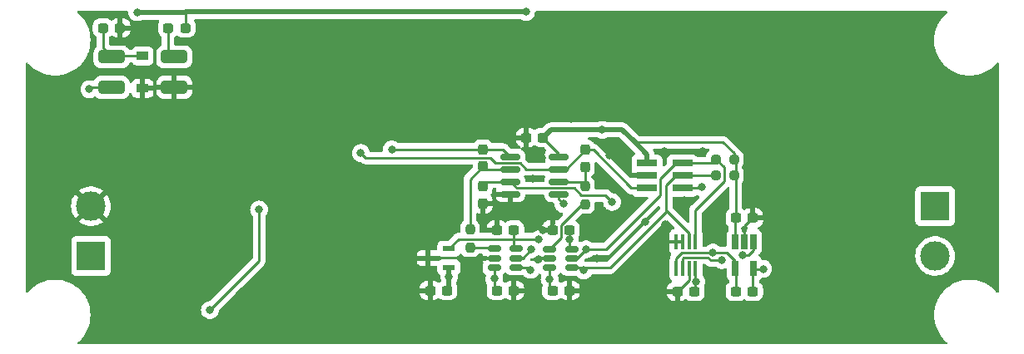
<source format=gtl>
G04 #@! TF.GenerationSoftware,KiCad,Pcbnew,(6.0.11)*
G04 #@! TF.CreationDate,2023-03-11T13:58:41+01:00*
G04 #@! TF.ProjectId,HeaterPSU_Digital,48656174-6572-4505-9355-5f4469676974,rev?*
G04 #@! TF.SameCoordinates,Original*
G04 #@! TF.FileFunction,Copper,L1,Top*
G04 #@! TF.FilePolarity,Positive*
%FSLAX46Y46*%
G04 Gerber Fmt 4.6, Leading zero omitted, Abs format (unit mm)*
G04 Created by KiCad (PCBNEW (6.0.11)) date 2023-03-11 13:58:41*
%MOMM*%
%LPD*%
G01*
G04 APERTURE LIST*
G04 Aperture macros list*
%AMRoundRect*
0 Rectangle with rounded corners*
0 $1 Rounding radius*
0 $2 $3 $4 $5 $6 $7 $8 $9 X,Y pos of 4 corners*
0 Add a 4 corners polygon primitive as box body*
4,1,4,$2,$3,$4,$5,$6,$7,$8,$9,$2,$3,0*
0 Add four circle primitives for the rounded corners*
1,1,$1+$1,$2,$3*
1,1,$1+$1,$4,$5*
1,1,$1+$1,$6,$7*
1,1,$1+$1,$8,$9*
0 Add four rect primitives between the rounded corners*
20,1,$1+$1,$2,$3,$4,$5,0*
20,1,$1+$1,$4,$5,$6,$7,0*
20,1,$1+$1,$6,$7,$8,$9,0*
20,1,$1+$1,$8,$9,$2,$3,0*%
G04 Aperture macros list end*
G04 #@! TA.AperFunction,SMDPad,CuDef*
%ADD10RoundRect,0.237500X-0.287500X-0.237500X0.287500X-0.237500X0.287500X0.237500X-0.287500X0.237500X0*%
G04 #@! TD*
G04 #@! TA.AperFunction,SMDPad,CuDef*
%ADD11RoundRect,0.250000X-1.075000X0.400000X-1.075000X-0.400000X1.075000X-0.400000X1.075000X0.400000X0*%
G04 #@! TD*
G04 #@! TA.AperFunction,SMDPad,CuDef*
%ADD12R,0.650000X1.560000*%
G04 #@! TD*
G04 #@! TA.AperFunction,SMDPad,CuDef*
%ADD13RoundRect,0.237500X0.300000X0.237500X-0.300000X0.237500X-0.300000X-0.237500X0.300000X-0.237500X0*%
G04 #@! TD*
G04 #@! TA.AperFunction,SMDPad,CuDef*
%ADD14RoundRect,0.237500X-0.237500X0.300000X-0.237500X-0.300000X0.237500X-0.300000X0.237500X0.300000X0*%
G04 #@! TD*
G04 #@! TA.AperFunction,SMDPad,CuDef*
%ADD15RoundRect,0.237500X-0.300000X-0.237500X0.300000X-0.237500X0.300000X0.237500X-0.300000X0.237500X0*%
G04 #@! TD*
G04 #@! TA.AperFunction,SMDPad,CuDef*
%ADD16R,0.400000X1.560000*%
G04 #@! TD*
G04 #@! TA.AperFunction,SMDPad,CuDef*
%ADD17RoundRect,0.150000X-0.825000X-0.150000X0.825000X-0.150000X0.825000X0.150000X-0.825000X0.150000X0*%
G04 #@! TD*
G04 #@! TA.AperFunction,SMDPad,CuDef*
%ADD18R,1.200000X0.900000*%
G04 #@! TD*
G04 #@! TA.AperFunction,SMDPad,CuDef*
%ADD19R,2.100000X0.750000*%
G04 #@! TD*
G04 #@! TA.AperFunction,SMDPad,CuDef*
%ADD20RoundRect,0.237500X-0.237500X0.250000X-0.237500X-0.250000X0.237500X-0.250000X0.237500X0.250000X0*%
G04 #@! TD*
G04 #@! TA.AperFunction,SMDPad,CuDef*
%ADD21RoundRect,0.237500X0.250000X0.237500X-0.250000X0.237500X-0.250000X-0.237500X0.250000X-0.237500X0*%
G04 #@! TD*
G04 #@! TA.AperFunction,SMDPad,CuDef*
%ADD22RoundRect,0.250000X1.075000X-0.400000X1.075000X0.400000X-1.075000X0.400000X-1.075000X-0.400000X0*%
G04 #@! TD*
G04 #@! TA.AperFunction,SMDPad,CuDef*
%ADD23R,1.300000X0.600000*%
G04 #@! TD*
G04 #@! TA.AperFunction,SMDPad,CuDef*
%ADD24RoundRect,0.150000X-0.512500X-0.150000X0.512500X-0.150000X0.512500X0.150000X-0.512500X0.150000X0*%
G04 #@! TD*
G04 #@! TA.AperFunction,ComponentPad*
%ADD25R,3.000000X3.000000*%
G04 #@! TD*
G04 #@! TA.AperFunction,ComponentPad*
%ADD26C,3.000000*%
G04 #@! TD*
G04 #@! TA.AperFunction,ViaPad*
%ADD27C,0.800000*%
G04 #@! TD*
G04 #@! TA.AperFunction,Conductor*
%ADD28C,0.250000*%
G04 #@! TD*
G04 #@! TA.AperFunction,Conductor*
%ADD29C,0.500000*%
G04 #@! TD*
G04 APERTURE END LIST*
D10*
X70000000Y-47250000D03*
X71750000Y-47250000D03*
D11*
X64250000Y-50200000D03*
X64250000Y-53300000D03*
D12*
X129550000Y-69050000D03*
X128600000Y-69050000D03*
X127650000Y-69050000D03*
X127650000Y-71750000D03*
X129550000Y-71750000D03*
D13*
X129462500Y-66600000D03*
X127737500Y-66600000D03*
X105162500Y-74000000D03*
X103437500Y-74000000D03*
D14*
X102000000Y-63387500D03*
X102000000Y-65112500D03*
D15*
X121787500Y-74100000D03*
X123512500Y-74100000D03*
D14*
X102000000Y-59637500D03*
X102000000Y-61362500D03*
D16*
X121670000Y-71750000D03*
X122320000Y-71750000D03*
X122980000Y-71750000D03*
X123630000Y-71750000D03*
X123630000Y-69050000D03*
X122980000Y-69050000D03*
X122320000Y-69050000D03*
X121670000Y-69050000D03*
D17*
X104805000Y-60375000D03*
X104805000Y-61645000D03*
X104805000Y-62915000D03*
X104805000Y-64185000D03*
X109755000Y-64185000D03*
X109755000Y-62915000D03*
X109755000Y-61645000D03*
X109755000Y-60375000D03*
D18*
X67395000Y-53400000D03*
X67395000Y-50100000D03*
D19*
X122300000Y-61030000D03*
X118700000Y-61030000D03*
X122300000Y-62300000D03*
X118700000Y-62300000D03*
X122300000Y-63570000D03*
X118700000Y-63570000D03*
D15*
X106417500Y-58430000D03*
X108142500Y-58430000D03*
D20*
X112400000Y-63387500D03*
X112400000Y-65212500D03*
D13*
X129462500Y-74100000D03*
X127737500Y-74100000D03*
D21*
X127537500Y-60625000D03*
X125712500Y-60625000D03*
D22*
X70625000Y-53300000D03*
X70625000Y-50200000D03*
D23*
X98550000Y-71650000D03*
X98550000Y-69750000D03*
X96450000Y-70700000D03*
D13*
X105162500Y-67850000D03*
X103437500Y-67850000D03*
X110812500Y-74000000D03*
X109087500Y-74000000D03*
D14*
X112400000Y-59687500D03*
X112400000Y-61412500D03*
D10*
X63375000Y-47250000D03*
X65125000Y-47250000D03*
D24*
X108812500Y-69800000D03*
X108812500Y-70750000D03*
X108812500Y-71700000D03*
X111087500Y-71700000D03*
X111087500Y-70750000D03*
X111087500Y-69800000D03*
D20*
X100700000Y-67787500D03*
X100700000Y-69612500D03*
D21*
X127537500Y-62300000D03*
X125712500Y-62300000D03*
D13*
X110812500Y-67850000D03*
X109087500Y-67850000D03*
D15*
X96637500Y-74000000D03*
X98362500Y-74000000D03*
D24*
X103162500Y-69750000D03*
X103162500Y-70700000D03*
X103162500Y-71650000D03*
X105437500Y-71650000D03*
X105437500Y-70700000D03*
X105437500Y-69750000D03*
D25*
X148000000Y-65410000D03*
D26*
X148000000Y-70490000D03*
D25*
X62150000Y-70490000D03*
D26*
X62150000Y-65410000D03*
D27*
X108750000Y-56500000D03*
X152550000Y-55100000D03*
X96750000Y-68250000D03*
X120500000Y-59850000D03*
X140120000Y-71770000D03*
X143500000Y-59500000D03*
X91500000Y-67000000D03*
X135000000Y-68100000D03*
X145900000Y-55500000D03*
X126360000Y-64710000D03*
X103500000Y-47500000D03*
X128450000Y-76450000D03*
X116250000Y-66200000D03*
X113780000Y-74160000D03*
X120537299Y-67287299D03*
X114150000Y-46590000D03*
X69250000Y-64000000D03*
X147000000Y-51750000D03*
X73600000Y-66600000D03*
X103250000Y-56250000D03*
X133800000Y-78650000D03*
X107110000Y-62610000D03*
X144650000Y-62200000D03*
X102300000Y-66650000D03*
X84999500Y-59900000D03*
X143500000Y-60750000D03*
X118550000Y-67050000D03*
X100650000Y-71320000D03*
X85000000Y-65000000D03*
X110490000Y-46620000D03*
X80750000Y-55250000D03*
X121520000Y-78780000D03*
X58500000Y-55000000D03*
X88000000Y-73750000D03*
X110970000Y-56500000D03*
X93750000Y-77250000D03*
X134320000Y-71770000D03*
X69250000Y-61600000D03*
X143500000Y-58250000D03*
X88250000Y-67400000D03*
X56250000Y-52250000D03*
X104050000Y-65550000D03*
X137220000Y-71770000D03*
X151130000Y-71570000D03*
X80500000Y-61000000D03*
X124360000Y-59790000D03*
X142550000Y-55100000D03*
X91500000Y-65000000D03*
X72800000Y-66600000D03*
X143820000Y-69890000D03*
X120100000Y-74200000D03*
X112250000Y-51000000D03*
X85000000Y-66000000D03*
X107700000Y-70800000D03*
X86500000Y-61000000D03*
X125000000Y-67850000D03*
X116250000Y-60750000D03*
X99150000Y-66000000D03*
X109000000Y-50750000D03*
X132600000Y-55250000D03*
X114890000Y-63080000D03*
X128480000Y-78780000D03*
X111000000Y-78750000D03*
X141750000Y-63000000D03*
X118280000Y-70670000D03*
X103250000Y-78750000D03*
X114847299Y-60272701D03*
X107040000Y-74340000D03*
X79000000Y-60500000D03*
X112850000Y-68100000D03*
X101480000Y-73910000D03*
X130190000Y-64740000D03*
X113600000Y-70750000D03*
X74500000Y-64000000D03*
X58500000Y-59500000D03*
X91500000Y-66000000D03*
X122540000Y-64830000D03*
X88250000Y-63150000D03*
X91500000Y-64000000D03*
X116050000Y-56350000D03*
X85000000Y-64000000D03*
X147760000Y-74260000D03*
X61000000Y-57250000D03*
X108000000Y-60500000D03*
X108075000Y-67850000D03*
X76500000Y-66000000D03*
X106400000Y-45625000D03*
X66850000Y-45650000D03*
X103162500Y-72787500D03*
X123680261Y-73093339D03*
X98576728Y-72623272D03*
X114137500Y-57637500D03*
X108800000Y-72850000D03*
X115150000Y-64990000D03*
X92738000Y-59637500D03*
X107712500Y-68787500D03*
X110812500Y-68787500D03*
X89600000Y-60000000D03*
X130500000Y-71800000D03*
X126300000Y-70900000D03*
X125400000Y-70150000D03*
X74250000Y-76000000D03*
X79250000Y-65750000D03*
X124300000Y-63500000D03*
X112250000Y-71950000D03*
X106850000Y-71900000D03*
X106950000Y-69800000D03*
X112500000Y-69800000D03*
X110200000Y-65190000D03*
X128430000Y-70429502D03*
X62000000Y-53500000D03*
D28*
X106850000Y-71900000D02*
X106600000Y-71650000D01*
X106600000Y-71650000D02*
X105437500Y-71650000D01*
X128600000Y-69050000D02*
X128600000Y-67462500D01*
X122980000Y-71750000D02*
X122980000Y-72907500D01*
X108075000Y-67850000D02*
X109087500Y-67850000D01*
X107750000Y-70750000D02*
X107700000Y-70800000D01*
X128600000Y-67462500D02*
X129462500Y-66600000D01*
X108812500Y-70750000D02*
X107750000Y-70750000D01*
X122980000Y-72907500D02*
X121787500Y-74100000D01*
D29*
X71800000Y-45600000D02*
X71750000Y-45650000D01*
X106400000Y-45700000D02*
X106300000Y-45600000D01*
X106300000Y-45600000D02*
X71800000Y-45600000D01*
X66850000Y-45650000D02*
X71750000Y-45650000D01*
D28*
X71750000Y-47250000D02*
X71750000Y-45650000D01*
D29*
X118700000Y-61030000D02*
X118700000Y-60155000D01*
D28*
X109755000Y-60375000D02*
X109755000Y-60042500D01*
X108812500Y-71700000D02*
X108812500Y-73725000D01*
X127737500Y-66600000D02*
X127737500Y-60825000D01*
X123630000Y-71750000D02*
X123630000Y-73982500D01*
D29*
X108935000Y-57637500D02*
X108142500Y-58430000D01*
D28*
X127650000Y-66687500D02*
X127737500Y-66600000D01*
X123630000Y-73982500D02*
X123512500Y-74100000D01*
X103162500Y-71650000D02*
X103162500Y-72787500D01*
X103162500Y-73725000D02*
X103437500Y-74000000D01*
D29*
X118700000Y-60155000D02*
X117462500Y-58917500D01*
D28*
X108812500Y-73725000D02*
X109087500Y-74000000D01*
D29*
X114137500Y-57637500D02*
X108935000Y-57637500D01*
D28*
X127737500Y-60825000D02*
X127537500Y-60625000D01*
X126427500Y-58917500D02*
X117462500Y-58917500D01*
D29*
X117462500Y-58917500D02*
X116182500Y-57637500D01*
X116182500Y-57637500D02*
X114137500Y-57637500D01*
D28*
X127650000Y-69050000D02*
X127650000Y-66687500D01*
X109755000Y-60042500D02*
X108142500Y-58430000D01*
D29*
X98362500Y-74000000D02*
X98550000Y-73812500D01*
X98550000Y-73812500D02*
X98550000Y-71650000D01*
D28*
X127537500Y-60625000D02*
X127537500Y-60027500D01*
X103162500Y-72787500D02*
X103162500Y-73725000D01*
X127537500Y-60027500D02*
X126427500Y-58917500D01*
X105450000Y-63560000D02*
X111280000Y-63560000D01*
X112040000Y-64320000D02*
X112640000Y-64320000D01*
X104805000Y-62915000D02*
X105450000Y-63560000D01*
X111280000Y-63560000D02*
X112040000Y-64320000D01*
X112640000Y-64320000D02*
X114480000Y-64320000D01*
X114480000Y-64320000D02*
X115150000Y-64990000D01*
X104805000Y-62915000D02*
X102472500Y-62915000D01*
X92738000Y-59637500D02*
X102000000Y-59637500D01*
X102000000Y-59637500D02*
X104067500Y-59637500D01*
X104067500Y-59637500D02*
X104805000Y-60375000D01*
X104805000Y-61645000D02*
X102282500Y-61645000D01*
X100700000Y-62662500D02*
X102000000Y-61362500D01*
X100700000Y-67787500D02*
X100700000Y-62662500D01*
X105162500Y-67850000D02*
X105162500Y-69475000D01*
X99512500Y-68787500D02*
X98550000Y-69750000D01*
X110812500Y-69525000D02*
X111087500Y-69800000D01*
X110812500Y-68787500D02*
X110812500Y-69525000D01*
X107712500Y-68787500D02*
X99512500Y-68787500D01*
X110812500Y-67850000D02*
X110812500Y-68787500D01*
X105162500Y-69475000D02*
X105437500Y-69750000D01*
X90100000Y-60500000D02*
X102750000Y-60500000D01*
X117120000Y-63570000D02*
X113237500Y-59687500D01*
X103280000Y-61020000D02*
X105826751Y-61020000D01*
X110442500Y-61645000D02*
X112400000Y-59687500D01*
X109755000Y-61645000D02*
X110442500Y-61645000D01*
X105826751Y-61020000D02*
X106451751Y-61645000D01*
X102750000Y-60500000D02*
X103250000Y-61000000D01*
X118700000Y-63570000D02*
X117120000Y-63570000D01*
X106451751Y-61645000D02*
X109755000Y-61645000D01*
X89600000Y-60000000D02*
X90100000Y-60500000D01*
X113237500Y-59687500D02*
X112400000Y-59687500D01*
X112335000Y-62915000D02*
X112400000Y-62850000D01*
X112400000Y-63387500D02*
X112400000Y-62850000D01*
X112400000Y-62850000D02*
X112400000Y-61412500D01*
X109755000Y-62915000D02*
X112335000Y-62915000D01*
X122320000Y-70756396D02*
X122426396Y-70650000D01*
X129600000Y-71800000D02*
X129550000Y-71750000D01*
X126150000Y-70950000D02*
X126250000Y-70950000D01*
X124869695Y-70645000D02*
X125174695Y-70950000D01*
X122650000Y-70650000D02*
X122655000Y-70645000D01*
X130500000Y-71800000D02*
X129600000Y-71800000D01*
X122426396Y-70650000D02*
X122650000Y-70650000D01*
X125174695Y-70950000D02*
X126150000Y-70950000D01*
X129462500Y-74100000D02*
X129462500Y-71837500D01*
X122320000Y-71750000D02*
X122320000Y-70756396D01*
X122655000Y-70645000D02*
X124869695Y-70645000D01*
X129462500Y-71837500D02*
X129550000Y-71750000D01*
X126250000Y-70950000D02*
X126300000Y-70900000D01*
X125400000Y-70150000D02*
X126800000Y-70150000D01*
X127737500Y-74100000D02*
X127737500Y-71837500D01*
X126800000Y-70150000D02*
X127650000Y-71000000D01*
X122285000Y-70155000D02*
X121670000Y-70770000D01*
X125400000Y-70150000D02*
X125395000Y-70155000D01*
X121670000Y-70770000D02*
X121670000Y-71750000D01*
X125395000Y-70155000D02*
X122285000Y-70155000D01*
X127737500Y-71837500D02*
X127650000Y-71750000D01*
X127650000Y-71000000D02*
X127650000Y-71750000D01*
X74250000Y-76000000D02*
X79250000Y-71000000D01*
X79250000Y-71000000D02*
X79250000Y-65750000D01*
X70000000Y-47250000D02*
X70000000Y-49575000D01*
X70000000Y-49575000D02*
X70625000Y-50200000D01*
X64250000Y-50200000D02*
X64350000Y-50100000D01*
X64350000Y-50100000D02*
X67395000Y-50100000D01*
X63375000Y-47250000D02*
X63375000Y-49325000D01*
X63375000Y-49325000D02*
X64250000Y-50200000D01*
X124230000Y-63570000D02*
X124300000Y-63500000D01*
X122300000Y-63570000D02*
X124230000Y-63570000D01*
X114950000Y-71700000D02*
X120650000Y-66000000D01*
X120650000Y-66000000D02*
X120650000Y-65600000D01*
X120650000Y-63275000D02*
X121625000Y-62300000D01*
X120650000Y-65600000D02*
X120650000Y-63275000D01*
X111087500Y-71700000D02*
X114950000Y-71700000D01*
X122980000Y-68180000D02*
X120650000Y-65850000D01*
X120650000Y-65850000D02*
X120650000Y-65600000D01*
X121625000Y-62300000D02*
X122300000Y-62300000D01*
X122300000Y-62300000D02*
X125712500Y-62300000D01*
X122980000Y-69050000D02*
X122980000Y-68180000D01*
X123630000Y-69050000D02*
X123630000Y-65820000D01*
X123630000Y-65820000D02*
X126550000Y-62900000D01*
X106950000Y-69800000D02*
X106050000Y-70700000D01*
X111087500Y-70750000D02*
X111550000Y-70750000D01*
X106050000Y-70700000D02*
X105437500Y-70700000D01*
X114545000Y-69800000D02*
X120075000Y-64270000D01*
X111550000Y-70750000D02*
X112500000Y-69800000D01*
X126550000Y-62900000D02*
X126550000Y-61462500D01*
X126550000Y-61462500D02*
X125712500Y-60625000D01*
X120075000Y-64270000D02*
X120075000Y-62625000D01*
X120075000Y-62625000D02*
X121670000Y-61030000D01*
X121670000Y-61030000D02*
X122300000Y-61030000D01*
X122300000Y-61030000D02*
X125307500Y-61030000D01*
X112500000Y-69800000D02*
X114545000Y-69800000D01*
X125307500Y-61030000D02*
X125712500Y-60625000D01*
X103025000Y-69612500D02*
X103162500Y-69750000D01*
X100700000Y-69612500D02*
X103025000Y-69612500D01*
X109950000Y-68662500D02*
X109950000Y-67379505D01*
X108812500Y-69800000D02*
X109950000Y-68662500D01*
X109950000Y-67379505D02*
X112117005Y-65212500D01*
X112117005Y-65212500D02*
X112400000Y-65212500D01*
X129550000Y-69855000D02*
X129550000Y-69050000D01*
X128975498Y-70429502D02*
X129550000Y-69855000D01*
X128430000Y-70429502D02*
X128975498Y-70429502D01*
X109755000Y-64745000D02*
X110200000Y-65190000D01*
X109755000Y-64185000D02*
X109755000Y-64745000D01*
X64250000Y-53300000D02*
X62200000Y-53300000D01*
X62200000Y-53300000D02*
X62000000Y-53500000D01*
G04 #@! TA.AperFunction,Conductor*
G36*
X65879552Y-45528502D02*
G01*
X65926045Y-45582158D01*
X65934970Y-45636830D01*
X65937186Y-45636830D01*
X65937186Y-45643435D01*
X65936496Y-45650000D01*
X65937186Y-45656565D01*
X65954677Y-45822979D01*
X65956458Y-45839928D01*
X66015473Y-46021556D01*
X66110960Y-46186944D01*
X66115378Y-46191851D01*
X66115379Y-46191852D01*
X66194019Y-46279191D01*
X66238747Y-46328866D01*
X66306648Y-46378199D01*
X66387904Y-46437235D01*
X66393248Y-46441118D01*
X66399276Y-46443802D01*
X66399278Y-46443803D01*
X66514642Y-46495166D01*
X66567712Y-46518794D01*
X66661112Y-46538647D01*
X66748056Y-46557128D01*
X66748061Y-46557128D01*
X66754513Y-46558500D01*
X66945487Y-46558500D01*
X66951939Y-46557128D01*
X66951944Y-46557128D01*
X67038887Y-46538647D01*
X67132288Y-46518794D01*
X67185358Y-46495166D01*
X67300722Y-46443803D01*
X67300724Y-46443802D01*
X67306752Y-46441118D01*
X67312091Y-46437239D01*
X67312098Y-46437235D01*
X67318528Y-46432563D01*
X67392587Y-46408500D01*
X68982760Y-46408500D01*
X69050881Y-46428502D01*
X69097374Y-46482158D01*
X69107478Y-46552432D01*
X69090020Y-46600615D01*
X69031791Y-46695080D01*
X68977026Y-46860191D01*
X68966500Y-46962928D01*
X68966500Y-47537072D01*
X68966837Y-47540318D01*
X68966837Y-47540322D01*
X68976440Y-47632868D01*
X68977293Y-47641093D01*
X69032346Y-47806107D01*
X69123884Y-47954031D01*
X69129066Y-47959204D01*
X69241816Y-48071758D01*
X69241821Y-48071762D01*
X69246997Y-48076929D01*
X69253227Y-48080769D01*
X69253228Y-48080770D01*
X69306616Y-48113679D01*
X69354110Y-48166452D01*
X69366500Y-48220939D01*
X69366500Y-48970803D01*
X69346498Y-49038924D01*
X69292842Y-49085417D01*
X69280377Y-49090326D01*
X69232998Y-49106133D01*
X69232996Y-49106134D01*
X69226054Y-49108450D01*
X69219830Y-49112301D01*
X69219829Y-49112302D01*
X69161730Y-49148255D01*
X69075652Y-49201522D01*
X68950695Y-49326697D01*
X68946855Y-49332927D01*
X68946854Y-49332928D01*
X68907906Y-49396114D01*
X68857885Y-49477262D01*
X68855581Y-49484209D01*
X68813543Y-49610951D01*
X68802203Y-49645139D01*
X68791500Y-49749600D01*
X68791500Y-50650400D01*
X68791837Y-50653646D01*
X68791837Y-50653650D01*
X68800199Y-50734236D01*
X68802474Y-50756166D01*
X68804655Y-50762702D01*
X68804655Y-50762704D01*
X68818395Y-50803886D01*
X68858450Y-50923946D01*
X68951522Y-51074348D01*
X69076697Y-51199305D01*
X69082927Y-51203145D01*
X69082928Y-51203146D01*
X69220090Y-51287694D01*
X69227262Y-51292115D01*
X69307005Y-51318564D01*
X69388611Y-51345632D01*
X69388613Y-51345632D01*
X69395139Y-51347797D01*
X69401975Y-51348497D01*
X69401978Y-51348498D01*
X69445031Y-51352909D01*
X69499600Y-51358500D01*
X71750400Y-51358500D01*
X71753646Y-51358163D01*
X71753650Y-51358163D01*
X71849308Y-51348238D01*
X71849312Y-51348237D01*
X71856166Y-51347526D01*
X71862702Y-51345345D01*
X71862704Y-51345345D01*
X71994806Y-51301272D01*
X72023946Y-51291550D01*
X72174348Y-51198478D01*
X72299305Y-51073303D01*
X72392115Y-50922738D01*
X72436707Y-50788297D01*
X72445632Y-50761389D01*
X72445632Y-50761387D01*
X72447797Y-50754861D01*
X72458500Y-50650400D01*
X72458500Y-49749600D01*
X72447526Y-49643834D01*
X72436556Y-49610951D01*
X72393868Y-49483002D01*
X72391550Y-49476054D01*
X72298478Y-49325652D01*
X72173303Y-49200695D01*
X72167072Y-49196854D01*
X72028968Y-49111725D01*
X72028966Y-49111724D01*
X72022738Y-49107885D01*
X71942995Y-49081436D01*
X71861389Y-49054368D01*
X71861387Y-49054368D01*
X71854861Y-49052203D01*
X71848025Y-49051503D01*
X71848022Y-49051502D01*
X71804969Y-49047091D01*
X71750400Y-49041500D01*
X70759500Y-49041500D01*
X70691379Y-49021498D01*
X70644886Y-48967842D01*
X70633500Y-48915500D01*
X70633500Y-48220905D01*
X70653502Y-48152784D01*
X70693193Y-48113764D01*
X70754031Y-48076116D01*
X70785879Y-48044213D01*
X70848159Y-48010134D01*
X70918979Y-48015137D01*
X70964067Y-48044057D01*
X70990041Y-48069985D01*
X70996997Y-48076929D01*
X71003227Y-48080769D01*
X71003228Y-48080770D01*
X71066678Y-48119881D01*
X71145080Y-48168209D01*
X71310191Y-48222974D01*
X71317027Y-48223674D01*
X71317030Y-48223675D01*
X71364370Y-48228525D01*
X71412928Y-48233500D01*
X72087072Y-48233500D01*
X72090318Y-48233163D01*
X72090322Y-48233163D01*
X72184235Y-48223419D01*
X72184239Y-48223418D01*
X72191093Y-48222707D01*
X72197629Y-48220526D01*
X72197631Y-48220526D01*
X72330395Y-48176232D01*
X72356107Y-48167654D01*
X72504031Y-48076116D01*
X72509597Y-48070540D01*
X72621758Y-47958184D01*
X72621762Y-47958179D01*
X72626929Y-47953003D01*
X72630962Y-47946460D01*
X72714369Y-47811150D01*
X72714370Y-47811148D01*
X72718209Y-47804920D01*
X72772974Y-47639809D01*
X72783500Y-47537072D01*
X72783500Y-46962928D01*
X72773550Y-46867030D01*
X72773419Y-46865765D01*
X72773418Y-46865761D01*
X72772707Y-46858907D01*
X72717654Y-46693893D01*
X72629107Y-46550802D01*
X72610269Y-46482351D01*
X72631430Y-46414581D01*
X72685871Y-46369010D01*
X72736251Y-46358500D01*
X105823004Y-46358500D01*
X105891125Y-46378502D01*
X105897065Y-46382564D01*
X105943248Y-46416118D01*
X105949276Y-46418802D01*
X105949278Y-46418803D01*
X106033139Y-46456140D01*
X106117712Y-46493794D01*
X106211113Y-46513647D01*
X106298056Y-46532128D01*
X106298061Y-46532128D01*
X106304513Y-46533500D01*
X106495487Y-46533500D01*
X106501939Y-46532128D01*
X106501944Y-46532128D01*
X106588887Y-46513647D01*
X106682288Y-46493794D01*
X106766861Y-46456140D01*
X106850722Y-46418803D01*
X106850724Y-46418802D01*
X106856752Y-46416118D01*
X107011253Y-46303866D01*
X107015675Y-46298955D01*
X107134621Y-46166852D01*
X107134622Y-46166851D01*
X107139040Y-46161944D01*
X107234527Y-45996556D01*
X107293542Y-45814928D01*
X107313504Y-45625000D01*
X107315541Y-45625214D01*
X107332816Y-45566379D01*
X107386472Y-45519886D01*
X107438814Y-45508500D01*
X149117132Y-45508500D01*
X149185253Y-45528502D01*
X149231746Y-45582158D01*
X149241850Y-45652432D01*
X149212356Y-45717012D01*
X149196434Y-45732413D01*
X149087489Y-45820635D01*
X148820635Y-46087489D01*
X148583137Y-46380775D01*
X148546470Y-46437237D01*
X148379395Y-46694510D01*
X148379393Y-46694513D01*
X148377597Y-46697279D01*
X148376102Y-46700213D01*
X148376098Y-46700220D01*
X148234621Y-46977885D01*
X148206266Y-47033535D01*
X148071022Y-47385857D01*
X147973347Y-47750387D01*
X147964710Y-47804920D01*
X147915794Y-48113760D01*
X147914310Y-48123129D01*
X147894559Y-48500000D01*
X147914310Y-48876871D01*
X147914823Y-48880111D01*
X147914824Y-48880119D01*
X147929187Y-48970803D01*
X147973347Y-49249613D01*
X148071022Y-49614143D01*
X148072207Y-49617231D01*
X148072208Y-49617233D01*
X148121772Y-49746350D01*
X148206266Y-49966465D01*
X148377597Y-50302720D01*
X148583137Y-50619225D01*
X148820635Y-50912511D01*
X149087489Y-51179365D01*
X149380775Y-51416863D01*
X149697280Y-51622403D01*
X149700214Y-51623898D01*
X149700221Y-51623902D01*
X150030595Y-51792236D01*
X150033535Y-51793734D01*
X150385857Y-51928978D01*
X150750387Y-52026653D01*
X150948353Y-52058008D01*
X151119881Y-52085176D01*
X151119889Y-52085177D01*
X151123129Y-52085690D01*
X151405720Y-52100500D01*
X151594280Y-52100500D01*
X151876871Y-52085690D01*
X151880111Y-52085177D01*
X151880119Y-52085176D01*
X152051647Y-52058008D01*
X152249613Y-52026653D01*
X152614143Y-51928978D01*
X152966465Y-51793734D01*
X152969405Y-51792236D01*
X153299779Y-51623902D01*
X153299786Y-51623898D01*
X153302720Y-51622403D01*
X153619225Y-51416863D01*
X153912511Y-51179365D01*
X154179365Y-50912511D01*
X154267582Y-50803572D01*
X154325994Y-50763222D01*
X154396951Y-50760856D01*
X154457923Y-50797229D01*
X154489551Y-50860791D01*
X154491500Y-50882868D01*
X154491500Y-74117132D01*
X154471498Y-74185253D01*
X154417842Y-74231746D01*
X154347568Y-74241850D01*
X154282988Y-74212356D01*
X154267587Y-74196434D01*
X154179365Y-74087489D01*
X153912511Y-73820635D01*
X153619225Y-73583137D01*
X153417662Y-73452241D01*
X153305489Y-73379395D01*
X153305486Y-73379393D01*
X153302720Y-73377597D01*
X153299786Y-73376102D01*
X153299779Y-73376098D01*
X152969405Y-73207764D01*
X152966465Y-73206266D01*
X152668230Y-73091784D01*
X152617233Y-73072208D01*
X152617231Y-73072207D01*
X152614143Y-73071022D01*
X152249613Y-72973347D01*
X152051647Y-72941992D01*
X151880119Y-72914824D01*
X151880111Y-72914823D01*
X151876871Y-72914310D01*
X151594280Y-72899500D01*
X151405720Y-72899500D01*
X151123129Y-72914310D01*
X151119889Y-72914823D01*
X151119881Y-72914824D01*
X150948353Y-72941992D01*
X150750387Y-72973347D01*
X150385857Y-73071022D01*
X150382769Y-73072207D01*
X150382767Y-73072208D01*
X150331770Y-73091784D01*
X150033535Y-73206266D01*
X150030595Y-73207764D01*
X149700221Y-73376098D01*
X149700214Y-73376102D01*
X149697280Y-73377597D01*
X149694514Y-73379393D01*
X149694511Y-73379395D01*
X149582338Y-73452241D01*
X149380775Y-73583137D01*
X149087489Y-73820635D01*
X148820635Y-74087489D01*
X148583137Y-74380775D01*
X148572191Y-74397631D01*
X148379395Y-74694510D01*
X148379393Y-74694513D01*
X148377597Y-74697279D01*
X148376102Y-74700213D01*
X148376098Y-74700220D01*
X148216264Y-75013912D01*
X148206266Y-75033535D01*
X148071022Y-75385857D01*
X147973347Y-75750387D01*
X147941992Y-75948353D01*
X147929899Y-76024707D01*
X147914310Y-76123129D01*
X147894559Y-76500000D01*
X147914310Y-76876871D01*
X147914823Y-76880111D01*
X147914824Y-76880119D01*
X147941992Y-77051647D01*
X147973347Y-77249613D01*
X148071022Y-77614143D01*
X148206266Y-77966465D01*
X148377597Y-78302720D01*
X148583137Y-78619225D01*
X148820635Y-78912511D01*
X149087489Y-79179365D01*
X149196428Y-79267582D01*
X149236778Y-79325994D01*
X149239144Y-79396951D01*
X149202771Y-79457923D01*
X149139209Y-79489551D01*
X149117132Y-79491500D01*
X60882868Y-79491500D01*
X60814747Y-79471498D01*
X60768254Y-79417842D01*
X60758150Y-79347568D01*
X60787644Y-79282988D01*
X60803566Y-79267587D01*
X60912511Y-79179365D01*
X61179365Y-78912511D01*
X61416863Y-78619225D01*
X61620606Y-78305489D01*
X61620607Y-78305487D01*
X61622403Y-78302721D01*
X61623903Y-78299779D01*
X61792236Y-77969405D01*
X61793734Y-77966465D01*
X61928978Y-77614143D01*
X62026653Y-77249613D01*
X62058008Y-77051647D01*
X62085176Y-76880119D01*
X62085177Y-76880111D01*
X62085690Y-76876871D01*
X62105441Y-76500000D01*
X62085690Y-76123129D01*
X62070102Y-76024707D01*
X62066189Y-76000000D01*
X73336496Y-76000000D01*
X73356458Y-76189928D01*
X73415473Y-76371556D01*
X73510960Y-76536944D01*
X73638747Y-76678866D01*
X73793248Y-76791118D01*
X73799276Y-76793802D01*
X73799278Y-76793803D01*
X73961681Y-76866109D01*
X73967712Y-76868794D01*
X74061112Y-76888647D01*
X74148056Y-76907128D01*
X74148061Y-76907128D01*
X74154513Y-76908500D01*
X74345487Y-76908500D01*
X74351939Y-76907128D01*
X74351944Y-76907128D01*
X74438888Y-76888647D01*
X74532288Y-76868794D01*
X74538319Y-76866109D01*
X74700722Y-76793803D01*
X74700724Y-76793802D01*
X74706752Y-76791118D01*
X74861253Y-76678866D01*
X74989040Y-76536944D01*
X75084527Y-76371556D01*
X75143542Y-76189928D01*
X75160907Y-76024706D01*
X75187920Y-75959050D01*
X75197122Y-75948782D01*
X76862139Y-74283766D01*
X95592000Y-74283766D01*
X95592337Y-74290282D01*
X95602075Y-74384132D01*
X95604968Y-74397528D01*
X95655488Y-74548953D01*
X95661653Y-74562115D01*
X95745426Y-74697492D01*
X95754460Y-74708890D01*
X95867129Y-74821363D01*
X95878540Y-74830375D01*
X96014063Y-74913912D01*
X96027241Y-74920056D01*
X96178766Y-74970315D01*
X96192132Y-74973181D01*
X96284770Y-74982672D01*
X96291185Y-74983000D01*
X96365385Y-74983000D01*
X96380624Y-74978525D01*
X96381829Y-74977135D01*
X96383500Y-74969452D01*
X96383500Y-74272115D01*
X96379025Y-74256876D01*
X96377635Y-74255671D01*
X96369952Y-74254000D01*
X95610115Y-74254000D01*
X95594876Y-74258475D01*
X95593671Y-74259865D01*
X95592000Y-74267548D01*
X95592000Y-74283766D01*
X76862139Y-74283766D01*
X77405770Y-73740135D01*
X77418020Y-73727885D01*
X95592000Y-73727885D01*
X95596475Y-73743124D01*
X95597865Y-73744329D01*
X95605548Y-73746000D01*
X96365385Y-73746000D01*
X96380624Y-73741525D01*
X96381829Y-73740135D01*
X96383500Y-73732452D01*
X96383500Y-73035115D01*
X96379025Y-73019876D01*
X96377635Y-73018671D01*
X96369952Y-73017000D01*
X96291234Y-73017000D01*
X96284718Y-73017337D01*
X96190868Y-73027075D01*
X96177472Y-73029968D01*
X96026047Y-73080488D01*
X96012885Y-73086653D01*
X95877508Y-73170426D01*
X95866110Y-73179460D01*
X95753637Y-73292129D01*
X95744625Y-73303540D01*
X95661088Y-73439063D01*
X95654944Y-73452241D01*
X95604685Y-73603766D01*
X95601819Y-73617132D01*
X95592328Y-73709770D01*
X95592000Y-73716185D01*
X95592000Y-73727885D01*
X77418020Y-73727885D01*
X79642253Y-71503652D01*
X79650539Y-71496112D01*
X79657018Y-71492000D01*
X79703644Y-71442348D01*
X79706398Y-71439507D01*
X79726135Y-71419770D01*
X79728615Y-71416573D01*
X79736320Y-71407551D01*
X79737389Y-71406413D01*
X79766586Y-71375321D01*
X79770405Y-71368375D01*
X79770407Y-71368372D01*
X79776348Y-71357566D01*
X79787199Y-71341047D01*
X79794758Y-71331301D01*
X79799614Y-71325041D01*
X79802759Y-71317772D01*
X79802762Y-71317768D01*
X79817174Y-71284463D01*
X79822391Y-71273813D01*
X79843695Y-71235060D01*
X79848733Y-71215437D01*
X79855137Y-71196734D01*
X79860033Y-71185420D01*
X79860033Y-71185419D01*
X79863181Y-71178145D01*
X79864420Y-71170322D01*
X79864423Y-71170312D01*
X79870099Y-71134476D01*
X79872505Y-71122856D01*
X79881528Y-71087711D01*
X79881528Y-71087710D01*
X79883500Y-71080030D01*
X79883500Y-71059776D01*
X79884689Y-71044669D01*
X95292001Y-71044669D01*
X95292371Y-71051490D01*
X95297895Y-71102352D01*
X95301521Y-71117604D01*
X95346676Y-71238054D01*
X95355214Y-71253649D01*
X95431715Y-71355724D01*
X95444276Y-71368285D01*
X95546351Y-71444786D01*
X95561946Y-71453324D01*
X95682394Y-71498478D01*
X95697649Y-71502105D01*
X95748514Y-71507631D01*
X95755328Y-71508000D01*
X96177885Y-71508000D01*
X96193124Y-71503525D01*
X96194329Y-71502135D01*
X96196000Y-71494452D01*
X96196000Y-71489884D01*
X96704000Y-71489884D01*
X96708475Y-71505123D01*
X96709865Y-71506328D01*
X96717548Y-71507999D01*
X97144669Y-71507999D01*
X97151490Y-71507629D01*
X97202352Y-71502105D01*
X97217609Y-71498478D01*
X97221274Y-71497104D01*
X97224327Y-71496881D01*
X97225293Y-71496651D01*
X97225330Y-71496807D01*
X97292081Y-71491923D01*
X97354449Y-71525845D01*
X97388576Y-71588102D01*
X97391500Y-71615087D01*
X97391500Y-71998134D01*
X97398255Y-72060316D01*
X97449385Y-72196705D01*
X97536739Y-72313261D01*
X97543919Y-72318642D01*
X97543920Y-72318643D01*
X97626973Y-72380888D01*
X97669488Y-72437747D01*
X97676718Y-72494884D01*
X97663224Y-72623272D01*
X97663914Y-72629837D01*
X97680106Y-72783891D01*
X97683186Y-72813200D01*
X97735603Y-72974522D01*
X97737631Y-73045488D01*
X97700968Y-73106286D01*
X97682073Y-73120601D01*
X97602196Y-73170030D01*
X97602192Y-73170033D01*
X97595969Y-73173884D01*
X97590797Y-73179065D01*
X97588727Y-73181139D01*
X97586962Y-73182105D01*
X97585059Y-73183613D01*
X97584801Y-73183287D01*
X97526446Y-73215219D01*
X97455625Y-73210218D01*
X97410530Y-73181292D01*
X97407869Y-73178636D01*
X97396460Y-73169625D01*
X97260937Y-73086088D01*
X97247759Y-73079944D01*
X97096234Y-73029685D01*
X97082868Y-73026819D01*
X96990230Y-73017328D01*
X96983815Y-73017000D01*
X96909615Y-73017000D01*
X96894376Y-73021475D01*
X96893171Y-73022865D01*
X96891500Y-73030548D01*
X96891500Y-74964885D01*
X96895975Y-74980124D01*
X96897365Y-74981329D01*
X96905048Y-74983000D01*
X96983766Y-74983000D01*
X96990282Y-74982663D01*
X97084132Y-74972925D01*
X97097528Y-74970032D01*
X97248953Y-74919512D01*
X97262115Y-74913347D01*
X97397492Y-74829574D01*
X97408894Y-74820536D01*
X97410567Y-74818861D01*
X97411993Y-74818081D01*
X97414627Y-74815993D01*
X97414984Y-74816444D01*
X97472849Y-74784781D01*
X97543669Y-74789784D01*
X97588754Y-74818701D01*
X97591421Y-74821363D01*
X97596997Y-74826929D01*
X97603227Y-74830769D01*
X97603228Y-74830770D01*
X97691423Y-74885134D01*
X97745080Y-74918209D01*
X97910191Y-74972974D01*
X97917027Y-74973674D01*
X97917030Y-74973675D01*
X97964370Y-74978525D01*
X98012928Y-74983500D01*
X98712072Y-74983500D01*
X98715318Y-74983163D01*
X98715322Y-74983163D01*
X98809235Y-74973419D01*
X98809239Y-74973418D01*
X98816093Y-74972707D01*
X98822629Y-74970526D01*
X98822631Y-74970526D01*
X98971276Y-74920934D01*
X98981107Y-74917654D01*
X99129031Y-74826116D01*
X99139136Y-74815993D01*
X99246758Y-74708184D01*
X99246762Y-74708179D01*
X99251929Y-74703003D01*
X99257164Y-74694510D01*
X99339369Y-74561150D01*
X99339370Y-74561148D01*
X99343209Y-74554920D01*
X99397974Y-74389809D01*
X99401185Y-74358475D01*
X99408172Y-74290271D01*
X99408500Y-74287072D01*
X99408500Y-73712928D01*
X99408083Y-73708907D01*
X99398419Y-73615765D01*
X99398418Y-73615761D01*
X99397707Y-73608907D01*
X99389806Y-73585223D01*
X99344972Y-73450841D01*
X99342654Y-73443893D01*
X99327355Y-73419171D01*
X99308500Y-73352869D01*
X99308500Y-73206566D01*
X99325381Y-73143566D01*
X99407951Y-73000551D01*
X99407952Y-73000550D01*
X99411255Y-72994828D01*
X99470270Y-72813200D01*
X99473351Y-72783891D01*
X99489542Y-72629837D01*
X99490232Y-72623272D01*
X99485973Y-72582749D01*
X99472835Y-72457746D01*
X99485607Y-72387908D01*
X99522580Y-72343750D01*
X99556080Y-72318643D01*
X99556081Y-72318642D01*
X99563261Y-72313261D01*
X99650615Y-72196705D01*
X99701745Y-72060316D01*
X99708500Y-71998134D01*
X99708500Y-71301866D01*
X99707909Y-71296421D01*
X99703793Y-71258540D01*
X99701745Y-71239684D01*
X99650615Y-71103295D01*
X99563261Y-70986739D01*
X99446705Y-70899385D01*
X99310316Y-70848255D01*
X99248134Y-70841500D01*
X97851866Y-70841500D01*
X97789684Y-70848255D01*
X97653295Y-70899385D01*
X97623299Y-70921866D01*
X97614012Y-70928826D01*
X97547506Y-70953674D01*
X97538447Y-70954000D01*
X96722115Y-70954000D01*
X96706876Y-70958475D01*
X96705671Y-70959865D01*
X96704000Y-70967548D01*
X96704000Y-71489884D01*
X96196000Y-71489884D01*
X96196000Y-70972115D01*
X96191525Y-70956876D01*
X96190135Y-70955671D01*
X96182452Y-70954000D01*
X95310116Y-70954000D01*
X95294877Y-70958475D01*
X95293672Y-70959865D01*
X95292001Y-70967548D01*
X95292001Y-71044669D01*
X79884689Y-71044669D01*
X79885051Y-71040065D01*
X79886980Y-71027886D01*
X79888220Y-71020057D01*
X79884059Y-70976038D01*
X79883500Y-70964181D01*
X79883500Y-70427885D01*
X95292000Y-70427885D01*
X95296475Y-70443124D01*
X95297865Y-70444329D01*
X95305548Y-70446000D01*
X96177885Y-70446000D01*
X96193124Y-70441525D01*
X96194329Y-70440135D01*
X96196000Y-70432452D01*
X96196000Y-69910116D01*
X96191525Y-69894877D01*
X96190135Y-69893672D01*
X96182452Y-69892001D01*
X95755331Y-69892001D01*
X95748510Y-69892371D01*
X95697648Y-69897895D01*
X95682396Y-69901521D01*
X95561946Y-69946676D01*
X95546351Y-69955214D01*
X95444276Y-70031715D01*
X95431715Y-70044276D01*
X95355214Y-70146351D01*
X95346676Y-70161946D01*
X95301522Y-70282394D01*
X95297895Y-70297649D01*
X95292369Y-70348514D01*
X95292000Y-70355328D01*
X95292000Y-70427885D01*
X79883500Y-70427885D01*
X79883500Y-66452524D01*
X79903502Y-66384403D01*
X79915858Y-66368221D01*
X79989040Y-66286944D01*
X80064451Y-66156329D01*
X80081223Y-66127279D01*
X80081224Y-66127278D01*
X80084527Y-66121556D01*
X80143542Y-65939928D01*
X80144796Y-65928003D01*
X80162814Y-65756565D01*
X80163504Y-65750000D01*
X80154725Y-65666470D01*
X80144232Y-65566635D01*
X80144232Y-65566633D01*
X80143542Y-65560072D01*
X80084527Y-65378444D01*
X80058739Y-65333777D01*
X79992341Y-65218774D01*
X79989040Y-65213056D01*
X79978270Y-65201094D01*
X79865675Y-65076045D01*
X79865674Y-65076044D01*
X79861253Y-65071134D01*
X79706752Y-64958882D01*
X79700724Y-64956198D01*
X79700722Y-64956197D01*
X79538319Y-64883891D01*
X79538318Y-64883891D01*
X79532288Y-64881206D01*
X79429949Y-64859453D01*
X79351944Y-64842872D01*
X79351939Y-64842872D01*
X79345487Y-64841500D01*
X79154513Y-64841500D01*
X79148061Y-64842872D01*
X79148056Y-64842872D01*
X79070051Y-64859453D01*
X78967712Y-64881206D01*
X78961682Y-64883891D01*
X78961681Y-64883891D01*
X78799278Y-64956197D01*
X78799276Y-64956198D01*
X78793248Y-64958882D01*
X78638747Y-65071134D01*
X78634326Y-65076044D01*
X78634325Y-65076045D01*
X78521731Y-65201094D01*
X78510960Y-65213056D01*
X78507659Y-65218774D01*
X78441262Y-65333777D01*
X78415473Y-65378444D01*
X78356458Y-65560072D01*
X78355768Y-65566633D01*
X78355768Y-65566635D01*
X78345275Y-65666470D01*
X78336496Y-65750000D01*
X78337186Y-65756565D01*
X78355205Y-65928003D01*
X78356458Y-65939928D01*
X78415473Y-66121556D01*
X78418776Y-66127278D01*
X78418777Y-66127279D01*
X78435549Y-66156329D01*
X78510960Y-66286944D01*
X78584137Y-66368215D01*
X78614853Y-66432221D01*
X78616500Y-66452524D01*
X78616500Y-70685406D01*
X78596498Y-70753527D01*
X78579595Y-70774501D01*
X74299500Y-75054595D01*
X74237188Y-75088621D01*
X74210405Y-75091500D01*
X74154513Y-75091500D01*
X74148061Y-75092872D01*
X74148056Y-75092872D01*
X74061112Y-75111353D01*
X73967712Y-75131206D01*
X73961682Y-75133891D01*
X73961681Y-75133891D01*
X73799278Y-75206197D01*
X73799276Y-75206198D01*
X73793248Y-75208882D01*
X73638747Y-75321134D01*
X73510960Y-75463056D01*
X73415473Y-75628444D01*
X73356458Y-75810072D01*
X73336496Y-76000000D01*
X62066189Y-76000000D01*
X62058008Y-75948353D01*
X62026653Y-75750387D01*
X61928978Y-75385857D01*
X61793734Y-75033535D01*
X61762852Y-74972925D01*
X61623902Y-74700221D01*
X61623898Y-74700214D01*
X61622403Y-74697280D01*
X61599712Y-74662338D01*
X61426902Y-74396234D01*
X61416863Y-74380775D01*
X61179365Y-74087489D01*
X60912511Y-73820635D01*
X60619225Y-73583137D01*
X60417662Y-73452241D01*
X60305489Y-73379395D01*
X60305486Y-73379393D01*
X60302720Y-73377597D01*
X60299786Y-73376102D01*
X60299779Y-73376098D01*
X59969405Y-73207764D01*
X59966465Y-73206266D01*
X59668230Y-73091784D01*
X59617233Y-73072208D01*
X59617231Y-73072207D01*
X59614143Y-73071022D01*
X59249613Y-72973347D01*
X59051647Y-72941992D01*
X58880119Y-72914824D01*
X58880111Y-72914823D01*
X58876871Y-72914310D01*
X58594280Y-72899500D01*
X58405720Y-72899500D01*
X58123129Y-72914310D01*
X58119889Y-72914823D01*
X58119881Y-72914824D01*
X57948353Y-72941992D01*
X57750387Y-72973347D01*
X57385857Y-73071022D01*
X57382769Y-73072207D01*
X57382767Y-73072208D01*
X57331770Y-73091784D01*
X57033535Y-73206266D01*
X57030595Y-73207764D01*
X56700221Y-73376098D01*
X56700214Y-73376102D01*
X56697280Y-73377597D01*
X56694514Y-73379393D01*
X56694511Y-73379395D01*
X56582338Y-73452241D01*
X56380775Y-73583137D01*
X56087489Y-73820635D01*
X55820635Y-74087489D01*
X55732418Y-74196428D01*
X55674006Y-74236778D01*
X55603049Y-74239144D01*
X55542077Y-74202771D01*
X55510449Y-74139209D01*
X55508500Y-74117132D01*
X55508500Y-72038134D01*
X60141500Y-72038134D01*
X60148255Y-72100316D01*
X60199385Y-72236705D01*
X60286739Y-72353261D01*
X60403295Y-72440615D01*
X60539684Y-72491745D01*
X60601866Y-72498500D01*
X63698134Y-72498500D01*
X63760316Y-72491745D01*
X63896705Y-72440615D01*
X64013261Y-72353261D01*
X64100615Y-72236705D01*
X64151745Y-72100316D01*
X64158500Y-72038134D01*
X64158500Y-68941866D01*
X64151745Y-68879684D01*
X64100615Y-68743295D01*
X64013261Y-68626739D01*
X63896705Y-68539385D01*
X63760316Y-68488255D01*
X63698134Y-68481500D01*
X60601866Y-68481500D01*
X60539684Y-68488255D01*
X60403295Y-68539385D01*
X60286739Y-68626739D01*
X60199385Y-68743295D01*
X60148255Y-68879684D01*
X60141500Y-68941866D01*
X60141500Y-72038134D01*
X55508500Y-72038134D01*
X55508500Y-66999654D01*
X60925618Y-66999654D01*
X60932673Y-67009627D01*
X60963679Y-67035551D01*
X60970598Y-67040579D01*
X61195272Y-67181515D01*
X61202807Y-67185556D01*
X61444520Y-67294694D01*
X61452551Y-67297680D01*
X61706832Y-67373002D01*
X61715184Y-67374869D01*
X61977340Y-67414984D01*
X61985874Y-67415700D01*
X62251045Y-67419867D01*
X62259596Y-67419418D01*
X62522883Y-67387557D01*
X62531284Y-67385955D01*
X62787824Y-67318653D01*
X62795926Y-67315926D01*
X63040949Y-67214434D01*
X63048617Y-67210628D01*
X63277598Y-67076822D01*
X63284679Y-67072009D01*
X63364655Y-67009301D01*
X63373125Y-66997442D01*
X63366608Y-66985818D01*
X62162812Y-65782022D01*
X62148868Y-65774408D01*
X62147035Y-65774539D01*
X62140420Y-65778790D01*
X60932910Y-66986300D01*
X60925618Y-66999654D01*
X55508500Y-66999654D01*
X55508500Y-65393204D01*
X60137665Y-65393204D01*
X60152932Y-65657969D01*
X60154005Y-65666470D01*
X60205065Y-65926722D01*
X60207276Y-65934974D01*
X60293184Y-66185894D01*
X60296499Y-66193779D01*
X60415664Y-66430713D01*
X60420020Y-66438079D01*
X60549347Y-66626250D01*
X60559601Y-66634594D01*
X60573342Y-66627448D01*
X61777978Y-65422812D01*
X61784356Y-65411132D01*
X62514408Y-65411132D01*
X62514539Y-65412965D01*
X62518790Y-65419580D01*
X63725730Y-66626520D01*
X63737939Y-66633187D01*
X63749439Y-66624497D01*
X63846831Y-66491913D01*
X63851418Y-66484685D01*
X63977962Y-66251621D01*
X63981530Y-66243827D01*
X64075271Y-65995750D01*
X64077748Y-65987544D01*
X64136954Y-65729038D01*
X64138294Y-65720577D01*
X64162031Y-65454616D01*
X64162277Y-65449677D01*
X64162666Y-65412485D01*
X64162523Y-65407519D01*
X64144362Y-65141123D01*
X64143201Y-65132649D01*
X64089419Y-64872944D01*
X64087120Y-64864709D01*
X63998588Y-64614705D01*
X63995191Y-64606854D01*
X63873550Y-64371178D01*
X63869122Y-64363866D01*
X63750031Y-64194417D01*
X63739509Y-64186037D01*
X63726121Y-64193089D01*
X62522022Y-65397188D01*
X62514408Y-65411132D01*
X61784356Y-65411132D01*
X61785592Y-65408868D01*
X61785461Y-65407035D01*
X61781210Y-65400420D01*
X60573814Y-64193024D01*
X60561804Y-64186466D01*
X60550064Y-64195434D01*
X60441935Y-64345911D01*
X60437418Y-64353196D01*
X60313325Y-64587567D01*
X60309839Y-64595395D01*
X60218700Y-64844446D01*
X60216311Y-64852670D01*
X60159812Y-65111795D01*
X60158563Y-65120250D01*
X60137754Y-65384653D01*
X60137665Y-65393204D01*
X55508500Y-65393204D01*
X55508500Y-63822500D01*
X60926584Y-63822500D01*
X60932980Y-63833770D01*
X62137188Y-65037978D01*
X62151132Y-65045592D01*
X62152965Y-65045461D01*
X62159580Y-65041210D01*
X63366604Y-63834186D01*
X63373795Y-63821017D01*
X63366473Y-63810780D01*
X63319233Y-63772115D01*
X63312261Y-63767160D01*
X63086122Y-63628582D01*
X63078552Y-63624624D01*
X62835704Y-63518022D01*
X62827644Y-63515120D01*
X62572592Y-63442467D01*
X62564214Y-63440685D01*
X62301656Y-63403318D01*
X62293111Y-63402691D01*
X62027908Y-63401302D01*
X62019374Y-63401839D01*
X61756433Y-63436456D01*
X61748035Y-63438149D01*
X61492238Y-63508127D01*
X61484143Y-63510946D01*
X61240199Y-63614997D01*
X61232577Y-63618881D01*
X61005013Y-63755075D01*
X60997981Y-63759962D01*
X60935053Y-63810377D01*
X60926584Y-63822500D01*
X55508500Y-63822500D01*
X55508500Y-60000000D01*
X88686496Y-60000000D01*
X88687186Y-60006565D01*
X88705564Y-60181418D01*
X88706458Y-60189928D01*
X88765473Y-60371556D01*
X88860960Y-60536944D01*
X88865378Y-60541851D01*
X88865379Y-60541852D01*
X88920859Y-60603469D01*
X88988747Y-60678866D01*
X89143248Y-60791118D01*
X89149276Y-60793802D01*
X89149278Y-60793803D01*
X89211175Y-60821361D01*
X89317712Y-60868794D01*
X89411113Y-60888647D01*
X89498056Y-60907128D01*
X89498061Y-60907128D01*
X89504513Y-60908500D01*
X89559691Y-60908500D01*
X89627812Y-60928502D01*
X89645942Y-60942648D01*
X89657651Y-60953643D01*
X89660495Y-60956400D01*
X89680230Y-60976135D01*
X89683427Y-60978615D01*
X89692447Y-60986318D01*
X89724679Y-61016586D01*
X89731625Y-61020405D01*
X89731628Y-61020407D01*
X89742434Y-61026348D01*
X89758953Y-61037199D01*
X89774959Y-61049614D01*
X89782228Y-61052759D01*
X89782232Y-61052762D01*
X89815537Y-61067174D01*
X89826187Y-61072391D01*
X89864940Y-61093695D01*
X89872615Y-61095666D01*
X89872616Y-61095666D01*
X89884562Y-61098733D01*
X89903267Y-61105137D01*
X89921855Y-61113181D01*
X89929678Y-61114420D01*
X89929688Y-61114423D01*
X89965524Y-61120099D01*
X89977144Y-61122505D01*
X90012289Y-61131528D01*
X90019970Y-61133500D01*
X90040224Y-61133500D01*
X90059934Y-61135051D01*
X90079943Y-61138220D01*
X90087835Y-61137474D01*
X90123961Y-61134059D01*
X90135819Y-61133500D01*
X100890500Y-61133500D01*
X100958621Y-61153502D01*
X101005114Y-61207158D01*
X101016500Y-61259500D01*
X101016500Y-61397905D01*
X100996498Y-61466026D01*
X100979595Y-61487001D01*
X100610980Y-61855615D01*
X100307742Y-62158853D01*
X100299463Y-62166387D01*
X100292982Y-62170500D01*
X100246357Y-62220151D01*
X100243602Y-62222993D01*
X100223865Y-62242730D01*
X100221385Y-62245927D01*
X100213682Y-62254947D01*
X100183414Y-62287179D01*
X100179595Y-62294125D01*
X100179593Y-62294128D01*
X100173652Y-62304934D01*
X100162801Y-62321453D01*
X100150386Y-62337459D01*
X100147241Y-62344728D01*
X100147238Y-62344732D01*
X100132826Y-62378037D01*
X100127609Y-62388687D01*
X100106305Y-62427440D01*
X100104334Y-62435115D01*
X100104334Y-62435116D01*
X100101267Y-62447062D01*
X100094863Y-62465766D01*
X100086819Y-62484355D01*
X100085580Y-62492178D01*
X100085577Y-62492188D01*
X100079901Y-62528024D01*
X100077495Y-62539644D01*
X100070073Y-62568552D01*
X100066500Y-62582470D01*
X100066500Y-62602724D01*
X100064949Y-62622434D01*
X100061780Y-62642443D01*
X100062526Y-62650335D01*
X100065941Y-62686461D01*
X100066500Y-62698319D01*
X100066500Y-66835036D01*
X100046498Y-66903157D01*
X100006804Y-66942179D01*
X99995969Y-66948884D01*
X99990796Y-66954066D01*
X99878242Y-67066816D01*
X99878238Y-67066821D01*
X99873071Y-67071997D01*
X99869231Y-67078227D01*
X99869230Y-67078228D01*
X99786364Y-67212662D01*
X99781791Y-67220080D01*
X99727026Y-67385191D01*
X99726326Y-67392027D01*
X99726325Y-67392030D01*
X99723939Y-67415324D01*
X99716500Y-67487928D01*
X99716500Y-68027927D01*
X99696498Y-68096048D01*
X99642842Y-68142541D01*
X99579197Y-68153274D01*
X99572592Y-68151798D01*
X99564668Y-68152047D01*
X99504502Y-68153938D01*
X99500544Y-68154000D01*
X99472644Y-68154000D01*
X99468654Y-68154504D01*
X99456820Y-68155436D01*
X99412611Y-68156826D01*
X99404995Y-68159039D01*
X99404993Y-68159039D01*
X99393152Y-68162479D01*
X99373793Y-68166488D01*
X99372483Y-68166654D01*
X99353703Y-68169026D01*
X99346337Y-68171942D01*
X99346331Y-68171944D01*
X99312598Y-68185300D01*
X99301368Y-68189145D01*
X99266517Y-68199270D01*
X99258907Y-68201481D01*
X99252084Y-68205516D01*
X99241466Y-68211795D01*
X99223713Y-68220492D01*
X99216068Y-68223519D01*
X99204883Y-68227948D01*
X99198468Y-68232609D01*
X99169112Y-68253937D01*
X99159195Y-68260451D01*
X99121138Y-68282958D01*
X99106817Y-68297279D01*
X99091784Y-68310119D01*
X99075393Y-68322028D01*
X99070343Y-68328132D01*
X99070338Y-68328137D01*
X99047207Y-68356098D01*
X99039217Y-68364879D01*
X98499499Y-68904596D01*
X98437187Y-68938621D01*
X98410404Y-68941500D01*
X97851866Y-68941500D01*
X97789684Y-68948255D01*
X97653295Y-68999385D01*
X97536739Y-69086739D01*
X97449385Y-69203295D01*
X97398255Y-69339684D01*
X97391500Y-69401866D01*
X97391500Y-69784913D01*
X97371498Y-69853034D01*
X97317842Y-69899527D01*
X97247568Y-69909631D01*
X97221274Y-69902896D01*
X97217611Y-69901523D01*
X97202351Y-69897895D01*
X97151486Y-69892369D01*
X97144672Y-69892000D01*
X96722115Y-69892000D01*
X96706876Y-69896475D01*
X96705671Y-69897865D01*
X96704000Y-69905548D01*
X96704000Y-70427885D01*
X96708475Y-70443124D01*
X96709865Y-70444329D01*
X96717548Y-70446000D01*
X97538447Y-70446000D01*
X97606568Y-70466002D01*
X97614012Y-70471174D01*
X97653295Y-70500615D01*
X97789684Y-70551745D01*
X97851866Y-70558500D01*
X99248134Y-70558500D01*
X99310316Y-70551745D01*
X99446705Y-70500615D01*
X99563261Y-70413261D01*
X99650615Y-70296705D01*
X99653465Y-70298841D01*
X99691681Y-70260724D01*
X99761075Y-70245723D01*
X99827563Y-70270620D01*
X99859067Y-70305087D01*
X99873884Y-70329031D01*
X99879066Y-70334204D01*
X99991816Y-70446758D01*
X99991821Y-70446762D01*
X99996997Y-70451929D01*
X100003227Y-70455769D01*
X100003228Y-70455770D01*
X100123142Y-70529686D01*
X100145080Y-70543209D01*
X100310191Y-70597974D01*
X100317027Y-70598674D01*
X100317030Y-70598675D01*
X100366732Y-70603767D01*
X100412928Y-70608500D01*
X100987072Y-70608500D01*
X100990318Y-70608163D01*
X100990322Y-70608163D01*
X101084235Y-70598419D01*
X101084239Y-70598418D01*
X101091093Y-70597707D01*
X101097629Y-70595526D01*
X101097631Y-70595526D01*
X101237173Y-70548971D01*
X101256107Y-70542654D01*
X101404031Y-70451116D01*
X101526929Y-70328003D01*
X101540564Y-70305884D01*
X101593336Y-70258391D01*
X101647824Y-70246000D01*
X101885296Y-70246000D01*
X101953417Y-70266002D01*
X101999910Y-70319658D01*
X102010014Y-70389932D01*
X102006293Y-70407153D01*
X102000061Y-70428604D01*
X102000101Y-70442706D01*
X102007370Y-70446000D01*
X102245158Y-70446000D01*
X102309297Y-70463547D01*
X102386399Y-70509145D01*
X102394010Y-70511356D01*
X102394012Y-70511357D01*
X102446231Y-70526528D01*
X102546169Y-70555562D01*
X102552574Y-70556066D01*
X102552579Y-70556067D01*
X102581042Y-70558307D01*
X102581050Y-70558307D01*
X102583498Y-70558500D01*
X103290500Y-70558500D01*
X103358621Y-70578502D01*
X103405114Y-70632158D01*
X103416500Y-70684500D01*
X103416500Y-70715500D01*
X103396498Y-70783621D01*
X103342842Y-70830114D01*
X103290500Y-70841500D01*
X102583498Y-70841500D01*
X102581050Y-70841693D01*
X102581042Y-70841693D01*
X102552579Y-70843933D01*
X102552574Y-70843934D01*
X102546169Y-70844438D01*
X102466651Y-70867540D01*
X102394012Y-70888643D01*
X102394010Y-70888644D01*
X102386399Y-70890855D01*
X102379572Y-70894892D01*
X102379573Y-70894892D01*
X102309297Y-70936453D01*
X102245158Y-70954000D01*
X102013122Y-70954000D01*
X101999591Y-70957973D01*
X101998456Y-70965871D01*
X102039107Y-71105790D01*
X102047128Y-71124326D01*
X102055824Y-71194788D01*
X102047128Y-71224404D01*
X102044889Y-71229577D01*
X102040855Y-71236399D01*
X102038644Y-71244010D01*
X102038643Y-71244012D01*
X102029938Y-71273975D01*
X101994438Y-71396169D01*
X101993934Y-71402574D01*
X101993933Y-71402579D01*
X101991889Y-71428556D01*
X101991500Y-71433498D01*
X101991500Y-71866502D01*
X101994438Y-71903831D01*
X102005830Y-71943043D01*
X102032464Y-72034717D01*
X102040855Y-72063601D01*
X102044892Y-72070427D01*
X102121509Y-72199980D01*
X102121511Y-72199983D01*
X102125547Y-72206807D01*
X102243193Y-72324453D01*
X102250013Y-72328486D01*
X102250019Y-72328491D01*
X102252356Y-72329873D01*
X102253815Y-72331435D01*
X102256283Y-72333350D01*
X102255974Y-72333748D01*
X102300809Y-72381766D01*
X102313514Y-72451616D01*
X102308052Y-72477255D01*
X102268958Y-72597572D01*
X102268268Y-72604133D01*
X102268268Y-72604135D01*
X102255903Y-72721783D01*
X102248996Y-72787500D01*
X102249686Y-72794065D01*
X102261179Y-72903411D01*
X102268958Y-72977428D01*
X102327973Y-73159056D01*
X102331276Y-73164778D01*
X102331277Y-73164779D01*
X102380930Y-73250780D01*
X102423460Y-73324444D01*
X102427878Y-73329351D01*
X102427879Y-73329352D01*
X102428035Y-73329525D01*
X102428094Y-73329647D01*
X102431761Y-73334695D01*
X102430838Y-73335365D01*
X102458756Y-73393531D01*
X102453996Y-73453507D01*
X102402026Y-73610191D01*
X102391500Y-73712928D01*
X102391500Y-74287072D01*
X102391837Y-74290318D01*
X102391837Y-74290322D01*
X102401571Y-74384132D01*
X102402293Y-74391093D01*
X102404474Y-74397629D01*
X102404474Y-74397631D01*
X102437837Y-74497631D01*
X102457346Y-74556107D01*
X102548884Y-74704031D01*
X102554066Y-74709204D01*
X102666816Y-74821758D01*
X102666821Y-74821762D01*
X102671997Y-74826929D01*
X102678227Y-74830769D01*
X102678228Y-74830770D01*
X102766423Y-74885134D01*
X102820080Y-74918209D01*
X102985191Y-74972974D01*
X102992027Y-74973674D01*
X102992030Y-74973675D01*
X103039370Y-74978525D01*
X103087928Y-74983500D01*
X103787072Y-74983500D01*
X103790318Y-74983163D01*
X103790322Y-74983163D01*
X103884235Y-74973419D01*
X103884239Y-74973418D01*
X103891093Y-74972707D01*
X103897629Y-74970526D01*
X103897631Y-74970526D01*
X104046276Y-74920934D01*
X104056107Y-74917654D01*
X104204031Y-74826116D01*
X104211274Y-74818861D01*
X104213038Y-74817895D01*
X104214941Y-74816387D01*
X104215199Y-74816713D01*
X104273554Y-74784781D01*
X104344375Y-74789782D01*
X104389470Y-74818708D01*
X104392131Y-74821364D01*
X104403540Y-74830375D01*
X104539063Y-74913912D01*
X104552241Y-74920056D01*
X104703766Y-74970315D01*
X104717132Y-74973181D01*
X104809770Y-74982672D01*
X104816185Y-74983000D01*
X104890385Y-74983000D01*
X104905624Y-74978525D01*
X104906829Y-74977135D01*
X104908500Y-74969452D01*
X104908500Y-74964885D01*
X105416500Y-74964885D01*
X105420975Y-74980124D01*
X105422365Y-74981329D01*
X105430048Y-74983000D01*
X105508766Y-74983000D01*
X105515282Y-74982663D01*
X105609132Y-74972925D01*
X105622528Y-74970032D01*
X105773953Y-74919512D01*
X105787115Y-74913347D01*
X105922492Y-74829574D01*
X105933890Y-74820540D01*
X106046363Y-74707871D01*
X106055375Y-74696460D01*
X106138912Y-74560937D01*
X106145056Y-74547759D01*
X106195315Y-74396234D01*
X106198181Y-74382868D01*
X106207672Y-74290230D01*
X106208000Y-74283815D01*
X106208000Y-74272115D01*
X106203525Y-74256876D01*
X106202135Y-74255671D01*
X106194452Y-74254000D01*
X105434615Y-74254000D01*
X105419376Y-74258475D01*
X105418171Y-74259865D01*
X105416500Y-74267548D01*
X105416500Y-74964885D01*
X104908500Y-74964885D01*
X104908500Y-73727885D01*
X105416500Y-73727885D01*
X105420975Y-73743124D01*
X105422365Y-73744329D01*
X105430048Y-73746000D01*
X106189885Y-73746000D01*
X106205124Y-73741525D01*
X106206329Y-73740135D01*
X106208000Y-73732452D01*
X106208000Y-73716234D01*
X106207663Y-73709718D01*
X106197925Y-73615868D01*
X106195032Y-73602472D01*
X106144512Y-73451047D01*
X106138347Y-73437885D01*
X106054574Y-73302508D01*
X106045540Y-73291110D01*
X105932871Y-73178637D01*
X105921460Y-73169625D01*
X105785937Y-73086088D01*
X105772759Y-73079944D01*
X105621234Y-73029685D01*
X105607868Y-73026819D01*
X105515230Y-73017328D01*
X105508815Y-73017000D01*
X105434615Y-73017000D01*
X105419376Y-73021475D01*
X105418171Y-73022865D01*
X105416500Y-73030548D01*
X105416500Y-73727885D01*
X104908500Y-73727885D01*
X104908500Y-73035115D01*
X104904025Y-73019876D01*
X104902635Y-73018671D01*
X104894952Y-73017000D01*
X104816234Y-73017000D01*
X104809718Y-73017337D01*
X104715868Y-73027075D01*
X104702472Y-73029968D01*
X104551047Y-73080488D01*
X104537885Y-73086653D01*
X104402508Y-73170426D01*
X104391106Y-73179464D01*
X104389433Y-73181139D01*
X104388007Y-73181919D01*
X104385373Y-73184007D01*
X104385016Y-73183556D01*
X104327151Y-73215219D01*
X104256331Y-73210216D01*
X104211246Y-73181299D01*
X104208185Y-73178244D01*
X104203003Y-73173071D01*
X104111267Y-73116524D01*
X104063775Y-73063753D01*
X104052351Y-72993681D01*
X104054061Y-72983525D01*
X104056042Y-72977428D01*
X104063822Y-72903411D01*
X104075314Y-72794065D01*
X104076004Y-72787500D01*
X104069097Y-72721783D01*
X104056732Y-72604135D01*
X104056732Y-72604133D01*
X104056042Y-72597572D01*
X104016950Y-72477260D01*
X104014922Y-72406295D01*
X104051584Y-72345497D01*
X104072644Y-72329873D01*
X104074981Y-72328491D01*
X104074987Y-72328486D01*
X104081807Y-72324453D01*
X104199453Y-72206807D01*
X104201706Y-72202998D01*
X104257996Y-72162345D01*
X104328888Y-72158494D01*
X104390609Y-72193582D01*
X104397276Y-72201276D01*
X104400547Y-72206807D01*
X104518193Y-72324453D01*
X104525017Y-72328489D01*
X104525020Y-72328491D01*
X104609566Y-72378491D01*
X104661399Y-72409145D01*
X104669010Y-72411356D01*
X104669012Y-72411357D01*
X104721231Y-72426528D01*
X104821169Y-72455562D01*
X104827574Y-72456066D01*
X104827579Y-72456067D01*
X104856042Y-72458307D01*
X104856050Y-72458307D01*
X104858498Y-72458500D01*
X106016502Y-72458500D01*
X106018950Y-72458307D01*
X106018958Y-72458307D01*
X106035682Y-72456990D01*
X106047644Y-72456049D01*
X106047645Y-72456049D01*
X106053831Y-72455562D01*
X106053921Y-72456709D01*
X106118167Y-72463472D01*
X106163842Y-72495676D01*
X106238747Y-72578866D01*
X106250269Y-72587237D01*
X106312513Y-72632460D01*
X106393248Y-72691118D01*
X106399276Y-72693802D01*
X106399278Y-72693803D01*
X106462123Y-72721783D01*
X106567712Y-72768794D01*
X106655716Y-72787500D01*
X106748056Y-72807128D01*
X106748061Y-72807128D01*
X106754513Y-72808500D01*
X106945487Y-72808500D01*
X106951939Y-72807128D01*
X106951944Y-72807128D01*
X107044284Y-72787500D01*
X107132288Y-72768794D01*
X107237877Y-72721783D01*
X107300722Y-72693803D01*
X107300724Y-72693802D01*
X107306752Y-72691118D01*
X107461253Y-72578866D01*
X107467817Y-72571576D01*
X107584621Y-72441852D01*
X107584622Y-72441851D01*
X107589040Y-72436944D01*
X107641139Y-72346706D01*
X107692520Y-72297714D01*
X107762234Y-72284278D01*
X107828145Y-72310664D01*
X107839352Y-72320612D01*
X107893193Y-72374453D01*
X107900020Y-72378491D01*
X107906281Y-72383347D01*
X107904536Y-72385596D01*
X107943740Y-72427599D01*
X107956433Y-72497452D01*
X107950971Y-72523075D01*
X107931978Y-72581531D01*
X107906458Y-72660072D01*
X107905768Y-72666633D01*
X107905768Y-72666635D01*
X107893755Y-72780935D01*
X107886496Y-72850000D01*
X107887186Y-72856565D01*
X107904665Y-73022865D01*
X107906458Y-73039928D01*
X107965473Y-73221556D01*
X107968776Y-73227278D01*
X107968777Y-73227279D01*
X108027709Y-73329352D01*
X108060960Y-73386944D01*
X108065380Y-73391853D01*
X108067912Y-73395338D01*
X108091770Y-73462205D01*
X108085568Y-73509065D01*
X108052026Y-73610191D01*
X108041500Y-73712928D01*
X108041500Y-74287072D01*
X108041837Y-74290318D01*
X108041837Y-74290322D01*
X108051571Y-74384132D01*
X108052293Y-74391093D01*
X108054474Y-74397629D01*
X108054474Y-74397631D01*
X108087837Y-74497631D01*
X108107346Y-74556107D01*
X108198884Y-74704031D01*
X108204066Y-74709204D01*
X108316816Y-74821758D01*
X108316821Y-74821762D01*
X108321997Y-74826929D01*
X108328227Y-74830769D01*
X108328228Y-74830770D01*
X108416423Y-74885134D01*
X108470080Y-74918209D01*
X108635191Y-74972974D01*
X108642027Y-74973674D01*
X108642030Y-74973675D01*
X108689370Y-74978525D01*
X108737928Y-74983500D01*
X109437072Y-74983500D01*
X109440318Y-74983163D01*
X109440322Y-74983163D01*
X109534235Y-74973419D01*
X109534239Y-74973418D01*
X109541093Y-74972707D01*
X109547629Y-74970526D01*
X109547631Y-74970526D01*
X109696276Y-74920934D01*
X109706107Y-74917654D01*
X109854031Y-74826116D01*
X109861274Y-74818861D01*
X109863038Y-74817895D01*
X109864941Y-74816387D01*
X109865199Y-74816713D01*
X109923554Y-74784781D01*
X109994375Y-74789782D01*
X110039470Y-74818708D01*
X110042131Y-74821364D01*
X110053540Y-74830375D01*
X110189063Y-74913912D01*
X110202241Y-74920056D01*
X110353766Y-74970315D01*
X110367132Y-74973181D01*
X110459770Y-74982672D01*
X110466185Y-74983000D01*
X110540385Y-74983000D01*
X110555624Y-74978525D01*
X110556829Y-74977135D01*
X110558500Y-74969452D01*
X110558500Y-74964885D01*
X111066500Y-74964885D01*
X111070975Y-74980124D01*
X111072365Y-74981329D01*
X111080048Y-74983000D01*
X111158766Y-74983000D01*
X111165282Y-74982663D01*
X111259132Y-74972925D01*
X111272528Y-74970032D01*
X111423953Y-74919512D01*
X111437115Y-74913347D01*
X111572492Y-74829574D01*
X111583890Y-74820540D01*
X111696363Y-74707871D01*
X111705375Y-74696460D01*
X111788912Y-74560937D01*
X111795056Y-74547759D01*
X111845315Y-74396234D01*
X111847988Y-74383766D01*
X120742000Y-74383766D01*
X120742337Y-74390282D01*
X120752075Y-74484132D01*
X120754968Y-74497528D01*
X120805488Y-74648953D01*
X120811653Y-74662115D01*
X120895426Y-74797492D01*
X120904460Y-74808890D01*
X121017129Y-74921363D01*
X121028540Y-74930375D01*
X121164063Y-75013912D01*
X121177241Y-75020056D01*
X121328766Y-75070315D01*
X121342132Y-75073181D01*
X121434770Y-75082672D01*
X121441185Y-75083000D01*
X121515385Y-75083000D01*
X121530624Y-75078525D01*
X121531829Y-75077135D01*
X121533500Y-75069452D01*
X121533500Y-74372115D01*
X121529025Y-74356876D01*
X121527635Y-74355671D01*
X121519952Y-74354000D01*
X120760115Y-74354000D01*
X120744876Y-74358475D01*
X120743671Y-74359865D01*
X120742000Y-74367548D01*
X120742000Y-74383766D01*
X111847988Y-74383766D01*
X111848181Y-74382868D01*
X111857672Y-74290230D01*
X111858000Y-74283815D01*
X111858000Y-74272115D01*
X111853525Y-74256876D01*
X111852135Y-74255671D01*
X111844452Y-74254000D01*
X111084615Y-74254000D01*
X111069376Y-74258475D01*
X111068171Y-74259865D01*
X111066500Y-74267548D01*
X111066500Y-74964885D01*
X110558500Y-74964885D01*
X110558500Y-73727885D01*
X111066500Y-73727885D01*
X111070975Y-73743124D01*
X111072365Y-73744329D01*
X111080048Y-73746000D01*
X111839885Y-73746000D01*
X111855124Y-73741525D01*
X111856329Y-73740135D01*
X111858000Y-73732452D01*
X111858000Y-73716234D01*
X111857663Y-73709718D01*
X111847925Y-73615868D01*
X111845032Y-73602472D01*
X111794512Y-73451047D01*
X111788347Y-73437885D01*
X111704574Y-73302508D01*
X111695540Y-73291110D01*
X111582871Y-73178637D01*
X111571460Y-73169625D01*
X111435937Y-73086088D01*
X111422759Y-73079944D01*
X111271234Y-73029685D01*
X111257868Y-73026819D01*
X111165230Y-73017328D01*
X111158815Y-73017000D01*
X111084615Y-73017000D01*
X111069376Y-73021475D01*
X111068171Y-73022865D01*
X111066500Y-73030548D01*
X111066500Y-73727885D01*
X110558500Y-73727885D01*
X110558500Y-73035115D01*
X110554025Y-73019876D01*
X110552635Y-73018671D01*
X110544952Y-73017000D01*
X110466234Y-73017000D01*
X110459718Y-73017337D01*
X110365868Y-73027075D01*
X110352472Y-73029968D01*
X110201047Y-73080488D01*
X110187885Y-73086653D01*
X110052508Y-73170426D01*
X110041106Y-73179464D01*
X110039433Y-73181139D01*
X110038007Y-73181919D01*
X110035373Y-73184007D01*
X110035016Y-73183556D01*
X109977151Y-73215219D01*
X109906331Y-73210216D01*
X109861246Y-73181299D01*
X109858185Y-73178244D01*
X109853003Y-73173071D01*
X109839551Y-73164779D01*
X109757582Y-73114252D01*
X109710088Y-73061479D01*
X109698388Y-72993822D01*
X109712814Y-72856565D01*
X109713504Y-72850000D01*
X109706245Y-72780935D01*
X109694232Y-72666635D01*
X109694232Y-72666633D01*
X109693542Y-72660072D01*
X109653058Y-72535476D01*
X109651030Y-72464510D01*
X109687693Y-72403712D01*
X109708749Y-72388090D01*
X109731807Y-72374453D01*
X109849453Y-72256807D01*
X109851706Y-72252998D01*
X109907996Y-72212345D01*
X109978888Y-72208494D01*
X110040609Y-72243582D01*
X110047276Y-72251276D01*
X110050547Y-72256807D01*
X110168193Y-72374453D01*
X110175017Y-72378489D01*
X110175020Y-72378491D01*
X110230594Y-72411357D01*
X110311399Y-72459145D01*
X110319010Y-72461356D01*
X110319012Y-72461357D01*
X110362376Y-72473955D01*
X110471169Y-72505562D01*
X110477574Y-72506066D01*
X110477579Y-72506067D01*
X110506042Y-72508307D01*
X110506050Y-72508307D01*
X110508498Y-72508500D01*
X111474271Y-72508500D01*
X111542392Y-72528502D01*
X111567906Y-72550189D01*
X111638747Y-72628866D01*
X111793248Y-72741118D01*
X111799276Y-72743802D01*
X111799278Y-72743803D01*
X111961681Y-72816109D01*
X111967712Y-72818794D01*
X112061113Y-72838647D01*
X112148056Y-72857128D01*
X112148061Y-72857128D01*
X112154513Y-72858500D01*
X112345487Y-72858500D01*
X112351939Y-72857128D01*
X112351944Y-72857128D01*
X112438887Y-72838647D01*
X112532288Y-72818794D01*
X112538319Y-72816109D01*
X112700722Y-72743803D01*
X112700724Y-72743802D01*
X112706752Y-72741118D01*
X112861253Y-72628866D01*
X112895079Y-72591298D01*
X112984621Y-72491852D01*
X112984622Y-72491851D01*
X112989040Y-72486944D01*
X113038882Y-72400615D01*
X113041258Y-72396500D01*
X113092641Y-72347507D01*
X113150377Y-72333500D01*
X114871233Y-72333500D01*
X114882416Y-72334027D01*
X114889909Y-72335702D01*
X114897835Y-72335453D01*
X114897836Y-72335453D01*
X114957986Y-72333562D01*
X114961945Y-72333500D01*
X114989856Y-72333500D01*
X114993791Y-72333003D01*
X114993856Y-72332995D01*
X115005693Y-72332062D01*
X115037951Y-72331048D01*
X115041970Y-72330922D01*
X115049889Y-72330673D01*
X115069343Y-72325021D01*
X115088700Y-72321013D01*
X115100930Y-72319468D01*
X115100931Y-72319468D01*
X115108797Y-72318474D01*
X115116168Y-72315555D01*
X115116170Y-72315555D01*
X115149912Y-72302196D01*
X115161142Y-72298351D01*
X115195983Y-72288229D01*
X115195984Y-72288229D01*
X115203593Y-72286018D01*
X115210412Y-72281985D01*
X115210417Y-72281983D01*
X115221028Y-72275707D01*
X115238776Y-72267012D01*
X115257617Y-72259552D01*
X115293387Y-72233564D01*
X115303307Y-72227048D01*
X115334535Y-72208580D01*
X115334538Y-72208578D01*
X115341362Y-72204542D01*
X115355683Y-72190221D01*
X115370717Y-72177380D01*
X115380694Y-72170131D01*
X115387107Y-72165472D01*
X115415298Y-72131395D01*
X115423288Y-72122616D01*
X120635905Y-66909999D01*
X120698217Y-66875973D01*
X120769032Y-66881038D01*
X120814095Y-66909999D01*
X121456213Y-67552117D01*
X121490239Y-67614429D01*
X121485174Y-67685244D01*
X121442627Y-67742080D01*
X121380722Y-67766475D01*
X121367648Y-67767895D01*
X121352396Y-67771521D01*
X121231946Y-67816676D01*
X121216351Y-67825214D01*
X121114276Y-67901715D01*
X121101715Y-67914276D01*
X121025214Y-68016351D01*
X121016676Y-68031946D01*
X120971522Y-68152394D01*
X120967895Y-68167649D01*
X120962369Y-68218514D01*
X120962000Y-68225328D01*
X120962000Y-68831885D01*
X120966475Y-68847124D01*
X120967865Y-68848329D01*
X120975548Y-68850000D01*
X122145500Y-68850000D01*
X122213621Y-68870002D01*
X122260114Y-68923658D01*
X122271500Y-68976000D01*
X122271500Y-69124000D01*
X122251498Y-69192121D01*
X122197842Y-69238614D01*
X122145500Y-69250000D01*
X120980116Y-69250000D01*
X120964877Y-69254475D01*
X120963672Y-69255865D01*
X120962001Y-69263548D01*
X120962001Y-69874669D01*
X120962371Y-69881490D01*
X120967895Y-69932352D01*
X120971521Y-69947604D01*
X121016676Y-70068054D01*
X121025214Y-70083649D01*
X121101715Y-70185724D01*
X121114275Y-70198284D01*
X121133453Y-70212657D01*
X121175969Y-70269517D01*
X121180995Y-70340335D01*
X121159824Y-70387547D01*
X121158841Y-70388899D01*
X121153414Y-70394679D01*
X121149595Y-70401625D01*
X121149593Y-70401628D01*
X121143652Y-70412434D01*
X121132801Y-70428953D01*
X121120386Y-70444959D01*
X121117241Y-70452228D01*
X121117238Y-70452232D01*
X121102826Y-70485537D01*
X121097609Y-70496187D01*
X121076305Y-70534940D01*
X121074334Y-70542615D01*
X121074334Y-70542616D01*
X121071267Y-70554562D01*
X121064863Y-70573266D01*
X121056819Y-70591855D01*
X121055580Y-70599678D01*
X121055577Y-70599688D01*
X121049901Y-70635524D01*
X121047495Y-70647144D01*
X121038151Y-70683539D01*
X121026627Y-70712718D01*
X121024770Y-70716110D01*
X121019385Y-70723295D01*
X120968255Y-70859684D01*
X120961500Y-70921866D01*
X120961500Y-72578134D01*
X120968255Y-72640316D01*
X121019385Y-72776705D01*
X121106739Y-72893261D01*
X121113919Y-72898642D01*
X121113920Y-72898643D01*
X121201267Y-72964106D01*
X121243782Y-73020965D01*
X121248808Y-73091784D01*
X121214748Y-73154077D01*
X121179152Y-73179033D01*
X121162885Y-73186653D01*
X121027508Y-73270426D01*
X121016110Y-73279460D01*
X120903637Y-73392129D01*
X120894625Y-73403540D01*
X120811088Y-73539063D01*
X120804944Y-73552241D01*
X120754685Y-73703766D01*
X120751819Y-73717132D01*
X120742328Y-73809770D01*
X120742000Y-73816185D01*
X120742000Y-73827885D01*
X120746475Y-73843124D01*
X120747865Y-73844329D01*
X120755548Y-73846000D01*
X121915500Y-73846000D01*
X121983621Y-73866002D01*
X122030114Y-73919658D01*
X122041500Y-73972000D01*
X122041500Y-75064885D01*
X122045975Y-75080124D01*
X122047365Y-75081329D01*
X122055048Y-75083000D01*
X122133766Y-75083000D01*
X122140282Y-75082663D01*
X122234132Y-75072925D01*
X122247528Y-75070032D01*
X122398953Y-75019512D01*
X122412115Y-75013347D01*
X122547492Y-74929574D01*
X122558894Y-74920536D01*
X122560567Y-74918861D01*
X122561993Y-74918081D01*
X122564627Y-74915993D01*
X122564984Y-74916444D01*
X122622849Y-74884781D01*
X122693669Y-74889784D01*
X122738754Y-74918701D01*
X122741421Y-74921363D01*
X122746997Y-74926929D01*
X122753227Y-74930769D01*
X122753228Y-74930770D01*
X122838772Y-74983500D01*
X122895080Y-75018209D01*
X123060191Y-75072974D01*
X123067027Y-75073674D01*
X123067030Y-75073675D01*
X123114370Y-75078525D01*
X123162928Y-75083500D01*
X123862072Y-75083500D01*
X123865318Y-75083163D01*
X123865322Y-75083163D01*
X123959235Y-75073419D01*
X123959239Y-75073418D01*
X123966093Y-75072707D01*
X123972629Y-75070526D01*
X123972631Y-75070526D01*
X124105395Y-75026232D01*
X124131107Y-75017654D01*
X124279031Y-74926116D01*
X124285164Y-74919972D01*
X124396758Y-74808184D01*
X124396762Y-74808179D01*
X124401929Y-74803003D01*
X124459748Y-74709204D01*
X124489369Y-74661150D01*
X124489370Y-74661148D01*
X124493209Y-74654920D01*
X124547974Y-74489809D01*
X124558500Y-74387072D01*
X124558500Y-73812928D01*
X124551556Y-73746000D01*
X124548419Y-73715765D01*
X124548418Y-73715761D01*
X124547707Y-73708907D01*
X124545526Y-73702369D01*
X124501999Y-73571902D01*
X124499415Y-73500952D01*
X124509225Y-73476838D01*
X124508800Y-73476649D01*
X124511489Y-73470610D01*
X124514788Y-73464895D01*
X124573803Y-73283267D01*
X124575279Y-73269230D01*
X124593075Y-73099904D01*
X124593765Y-73093339D01*
X124588001Y-73038500D01*
X124574493Y-72909974D01*
X124574493Y-72909972D01*
X124573803Y-72903411D01*
X124514788Y-72721783D01*
X124501058Y-72698001D01*
X124458307Y-72623955D01*
X124419301Y-72556395D01*
X124370864Y-72502600D01*
X124340146Y-72438593D01*
X124338500Y-72418290D01*
X124338500Y-71404500D01*
X124358502Y-71336379D01*
X124412158Y-71289886D01*
X124464500Y-71278500D01*
X124555101Y-71278500D01*
X124623222Y-71298502D01*
X124644196Y-71315405D01*
X124671038Y-71342247D01*
X124678582Y-71350537D01*
X124682695Y-71357018D01*
X124688472Y-71362443D01*
X124732362Y-71403658D01*
X124735204Y-71406413D01*
X124754925Y-71426134D01*
X124758120Y-71428612D01*
X124767142Y-71436318D01*
X124799374Y-71466586D01*
X124806323Y-71470406D01*
X124817127Y-71476346D01*
X124833651Y-71487199D01*
X124849654Y-71499613D01*
X124890238Y-71517176D01*
X124900868Y-71522383D01*
X124939635Y-71543695D01*
X124947312Y-71545666D01*
X124947317Y-71545668D01*
X124959253Y-71548732D01*
X124977961Y-71555137D01*
X124996550Y-71563181D01*
X125004378Y-71564421D01*
X125004385Y-71564423D01*
X125040219Y-71570099D01*
X125051839Y-71572505D01*
X125086984Y-71581528D01*
X125094665Y-71583500D01*
X125114919Y-71583500D01*
X125134629Y-71585051D01*
X125154638Y-71588220D01*
X125162530Y-71587474D01*
X125198656Y-71584059D01*
X125210514Y-71583500D01*
X125654185Y-71583500D01*
X125722306Y-71603502D01*
X125728246Y-71607564D01*
X125738601Y-71615087D01*
X125843248Y-71691118D01*
X125849276Y-71693802D01*
X125849278Y-71693803D01*
X126011679Y-71766108D01*
X126017712Y-71768794D01*
X126098556Y-71785978D01*
X126198056Y-71807128D01*
X126198061Y-71807128D01*
X126204513Y-71808500D01*
X126395487Y-71808500D01*
X126401939Y-71807128D01*
X126401944Y-71807128D01*
X126501444Y-71785978D01*
X126582288Y-71768794D01*
X126588315Y-71766111D01*
X126588323Y-71766108D01*
X126639252Y-71743433D01*
X126709619Y-71733999D01*
X126773916Y-71764106D01*
X126811729Y-71824195D01*
X126816500Y-71858540D01*
X126816500Y-72578134D01*
X126823255Y-72640316D01*
X126874385Y-72776705D01*
X126961739Y-72893261D01*
X126968919Y-72898642D01*
X126968920Y-72898643D01*
X127053565Y-72962081D01*
X127096080Y-73018940D01*
X127104000Y-73062907D01*
X127104000Y-73121360D01*
X127083998Y-73189481D01*
X127044304Y-73228503D01*
X126970969Y-73273884D01*
X126965796Y-73279066D01*
X126853242Y-73391816D01*
X126853238Y-73391821D01*
X126848071Y-73396997D01*
X126844231Y-73403227D01*
X126844230Y-73403228D01*
X126761364Y-73537662D01*
X126756791Y-73545080D01*
X126702026Y-73710191D01*
X126701326Y-73717027D01*
X126701325Y-73717030D01*
X126698652Y-73743124D01*
X126691500Y-73812928D01*
X126691500Y-74387072D01*
X126691837Y-74390318D01*
X126691837Y-74390322D01*
X126701571Y-74484132D01*
X126702293Y-74491093D01*
X126704474Y-74497629D01*
X126704474Y-74497631D01*
X126721665Y-74549159D01*
X126757346Y-74656107D01*
X126848884Y-74804031D01*
X126854066Y-74809204D01*
X126966816Y-74921758D01*
X126966821Y-74921762D01*
X126971997Y-74926929D01*
X126978227Y-74930769D01*
X126978228Y-74930770D01*
X127063772Y-74983500D01*
X127120080Y-75018209D01*
X127285191Y-75072974D01*
X127292027Y-75073674D01*
X127292030Y-75073675D01*
X127339370Y-75078525D01*
X127387928Y-75083500D01*
X128087072Y-75083500D01*
X128090318Y-75083163D01*
X128090322Y-75083163D01*
X128184235Y-75073419D01*
X128184239Y-75073418D01*
X128191093Y-75072707D01*
X128197629Y-75070526D01*
X128197631Y-75070526D01*
X128330395Y-75026232D01*
X128356107Y-75017654D01*
X128432606Y-74970315D01*
X128497805Y-74929969D01*
X128497806Y-74929968D01*
X128504031Y-74926116D01*
X128510923Y-74919212D01*
X128512387Y-74918411D01*
X128514938Y-74916389D01*
X128515284Y-74916826D01*
X128573204Y-74885134D01*
X128644024Y-74890137D01*
X128689110Y-74919056D01*
X128691421Y-74921363D01*
X128696997Y-74926929D01*
X128703227Y-74930769D01*
X128703228Y-74930770D01*
X128788772Y-74983500D01*
X128845080Y-75018209D01*
X129010191Y-75072974D01*
X129017027Y-75073674D01*
X129017030Y-75073675D01*
X129064370Y-75078525D01*
X129112928Y-75083500D01*
X129812072Y-75083500D01*
X129815318Y-75083163D01*
X129815322Y-75083163D01*
X129909235Y-75073419D01*
X129909239Y-75073418D01*
X129916093Y-75072707D01*
X129922629Y-75070526D01*
X129922631Y-75070526D01*
X130055395Y-75026232D01*
X130081107Y-75017654D01*
X130229031Y-74926116D01*
X130235164Y-74919972D01*
X130346758Y-74808184D01*
X130346762Y-74808179D01*
X130351929Y-74803003D01*
X130409748Y-74709204D01*
X130439369Y-74661150D01*
X130439370Y-74661148D01*
X130443209Y-74654920D01*
X130497974Y-74489809D01*
X130508500Y-74387072D01*
X130508500Y-73812928D01*
X130501556Y-73746000D01*
X130498419Y-73715765D01*
X130498418Y-73715761D01*
X130497707Y-73708907D01*
X130467089Y-73617132D01*
X130444972Y-73550841D01*
X130442654Y-73543893D01*
X130351116Y-73395969D01*
X130331210Y-73376098D01*
X130233184Y-73278242D01*
X130233179Y-73278238D01*
X130228003Y-73273071D01*
X130191841Y-73250780D01*
X130155884Y-73228616D01*
X130108391Y-73175844D01*
X130096000Y-73121356D01*
X130096000Y-73062907D01*
X130116002Y-72994786D01*
X130146435Y-72962081D01*
X130231080Y-72898643D01*
X130231081Y-72898642D01*
X130238261Y-72893261D01*
X130296174Y-72815988D01*
X130320231Y-72783889D01*
X130320231Y-72783888D01*
X130325615Y-72776705D01*
X130327220Y-72772425D01*
X130375908Y-72723845D01*
X130436170Y-72708500D01*
X130595487Y-72708500D01*
X130601939Y-72707128D01*
X130601944Y-72707128D01*
X130695521Y-72687237D01*
X130782288Y-72668794D01*
X130815979Y-72653794D01*
X130950722Y-72593803D01*
X130950724Y-72593802D01*
X130956752Y-72591118D01*
X130968277Y-72582745D01*
X131028822Y-72538756D01*
X131111253Y-72478866D01*
X131129591Y-72458500D01*
X131234621Y-72341852D01*
X131234622Y-72341851D01*
X131239040Y-72336944D01*
X131314175Y-72206807D01*
X131331223Y-72177279D01*
X131331224Y-72177278D01*
X131334527Y-72171556D01*
X131393542Y-71989928D01*
X131406515Y-71866502D01*
X131412814Y-71806565D01*
X131413504Y-71800000D01*
X131393542Y-71610072D01*
X131334527Y-71428444D01*
X131322465Y-71407551D01*
X131251399Y-71284463D01*
X131239040Y-71263056D01*
X131225070Y-71247540D01*
X131115675Y-71126045D01*
X131115674Y-71126044D01*
X131111253Y-71121134D01*
X130965619Y-71015324D01*
X130962094Y-71012763D01*
X130962093Y-71012762D01*
X130956752Y-71008882D01*
X130950724Y-71006198D01*
X130950722Y-71006197D01*
X130788319Y-70933891D01*
X130788318Y-70933891D01*
X130782288Y-70931206D01*
X130667557Y-70906819D01*
X130601944Y-70892872D01*
X130601939Y-70892872D01*
X130595487Y-70891500D01*
X130476000Y-70891500D01*
X130407879Y-70871498D01*
X130361386Y-70817842D01*
X130358018Y-70809729D01*
X130328768Y-70731705D01*
X130328767Y-70731704D01*
X130325615Y-70723295D01*
X130238261Y-70606739D01*
X130121705Y-70519385D01*
X130113297Y-70516233D01*
X130105425Y-70511923D01*
X130106728Y-70509543D01*
X130061196Y-70475336D01*
X130058815Y-70468918D01*
X145986917Y-70468918D01*
X146002682Y-70742320D01*
X146003507Y-70746525D01*
X146003508Y-70746533D01*
X146029716Y-70880114D01*
X146055405Y-71011053D01*
X146056792Y-71015103D01*
X146056793Y-71015108D01*
X146129472Y-71227384D01*
X146144112Y-71270144D01*
X146190533Y-71362443D01*
X146262900Y-71506328D01*
X146267160Y-71514799D01*
X146269586Y-71518328D01*
X146269589Y-71518334D01*
X146336086Y-71615087D01*
X146422274Y-71740490D01*
X146425161Y-71743663D01*
X146425162Y-71743664D01*
X146536935Y-71866502D01*
X146606582Y-71943043D01*
X146816675Y-72118707D01*
X146820316Y-72120991D01*
X147045024Y-72261951D01*
X147045028Y-72261953D01*
X147048664Y-72264234D01*
X147151495Y-72310664D01*
X147294345Y-72375164D01*
X147294349Y-72375166D01*
X147298257Y-72376930D01*
X147302377Y-72378150D01*
X147302376Y-72378150D01*
X147556723Y-72453491D01*
X147556727Y-72453492D01*
X147560836Y-72454709D01*
X147565070Y-72455357D01*
X147565075Y-72455358D01*
X147827298Y-72495483D01*
X147827300Y-72495483D01*
X147831540Y-72496132D01*
X147970912Y-72498322D01*
X148101071Y-72500367D01*
X148101077Y-72500367D01*
X148105362Y-72500434D01*
X148377235Y-72467534D01*
X148642127Y-72398041D01*
X148646087Y-72396401D01*
X148646092Y-72396399D01*
X148796593Y-72334059D01*
X148895136Y-72293241D01*
X149056528Y-72198931D01*
X149127879Y-72157237D01*
X149127880Y-72157236D01*
X149131582Y-72155073D01*
X149347089Y-71986094D01*
X149388809Y-71943043D01*
X149534686Y-71792509D01*
X149537669Y-71789431D01*
X149540202Y-71785983D01*
X149540206Y-71785978D01*
X149697257Y-71572178D01*
X149699795Y-71568723D01*
X149727787Y-71517168D01*
X149828418Y-71331830D01*
X149828419Y-71331828D01*
X149830468Y-71328054D01*
X149890337Y-71169614D01*
X149925751Y-71075895D01*
X149925752Y-71075891D01*
X149927269Y-71071877D01*
X149957277Y-70940855D01*
X149987449Y-70809117D01*
X149987450Y-70809113D01*
X149988407Y-70804933D01*
X149991927Y-70765500D01*
X150012531Y-70534627D01*
X150012531Y-70534625D01*
X150012751Y-70532161D01*
X150012829Y-70524771D01*
X150013167Y-70492484D01*
X150013167Y-70492483D01*
X150013193Y-70490000D01*
X150012750Y-70483498D01*
X149994859Y-70221055D01*
X149994858Y-70221049D01*
X149994567Y-70216778D01*
X149983555Y-70163601D01*
X149939901Y-69952809D01*
X149939032Y-69948612D01*
X149847617Y-69690465D01*
X149722013Y-69447112D01*
X149712040Y-69432921D01*
X149577507Y-69241500D01*
X149564545Y-69223057D01*
X149413289Y-69060286D01*
X149381046Y-69025588D01*
X149381043Y-69025585D01*
X149378125Y-69022445D01*
X149374810Y-69019731D01*
X149374806Y-69019728D01*
X149213304Y-68887540D01*
X149166205Y-68848990D01*
X148932704Y-68705901D01*
X148928768Y-68704173D01*
X148685873Y-68597549D01*
X148685869Y-68597548D01*
X148681945Y-68595825D01*
X148418566Y-68520800D01*
X148414324Y-68520196D01*
X148414318Y-68520195D01*
X148209387Y-68491029D01*
X148147443Y-68482213D01*
X148003589Y-68481460D01*
X147877877Y-68480802D01*
X147877871Y-68480802D01*
X147873591Y-68480780D01*
X147869347Y-68481339D01*
X147869343Y-68481339D01*
X147795741Y-68491029D01*
X147602078Y-68516525D01*
X147597938Y-68517658D01*
X147597936Y-68517658D01*
X147530037Y-68536233D01*
X147337928Y-68588788D01*
X147333980Y-68590472D01*
X147089982Y-68694546D01*
X147089978Y-68694548D01*
X147086030Y-68696232D01*
X147066125Y-68708145D01*
X146854725Y-68834664D01*
X146854721Y-68834667D01*
X146851043Y-68836868D01*
X146637318Y-69008094D01*
X146448808Y-69206742D01*
X146289002Y-69429136D01*
X146160857Y-69671161D01*
X146159385Y-69675184D01*
X146159383Y-69675188D01*
X146076053Y-69902896D01*
X146066743Y-69928337D01*
X146008404Y-70195907D01*
X146003486Y-70258391D01*
X145989661Y-70434059D01*
X145986917Y-70468918D01*
X130058815Y-70468918D01*
X130036499Y-70408773D01*
X130051709Y-70339425D01*
X130101997Y-70289309D01*
X130109097Y-70286067D01*
X130113299Y-70283766D01*
X130121705Y-70280615D01*
X130238261Y-70193261D01*
X130325615Y-70076705D01*
X130376745Y-69940316D01*
X130383500Y-69878134D01*
X130383500Y-68221866D01*
X130376745Y-68159684D01*
X130325615Y-68023295D01*
X130238261Y-67906739D01*
X130121705Y-67819385D01*
X130113296Y-67816233D01*
X130113295Y-67816232D01*
X130009145Y-67777188D01*
X129952380Y-67734547D01*
X129927680Y-67667985D01*
X129942887Y-67598636D01*
X129993173Y-67548518D01*
X130013497Y-67539683D01*
X130073948Y-67519515D01*
X130087115Y-67513347D01*
X130222492Y-67429574D01*
X130233890Y-67420540D01*
X130346363Y-67307871D01*
X130355375Y-67296460D01*
X130438912Y-67160937D01*
X130445056Y-67147759D01*
X130495315Y-66996234D01*
X130498181Y-66982868D01*
X130500715Y-66958134D01*
X145991500Y-66958134D01*
X145998255Y-67020316D01*
X146049385Y-67156705D01*
X146136739Y-67273261D01*
X146253295Y-67360615D01*
X146389684Y-67411745D01*
X146451866Y-67418500D01*
X149548134Y-67418500D01*
X149610316Y-67411745D01*
X149746705Y-67360615D01*
X149863261Y-67273261D01*
X149950615Y-67156705D01*
X150001745Y-67020316D01*
X150008500Y-66958134D01*
X150008500Y-63861866D01*
X150001745Y-63799684D01*
X149950615Y-63663295D01*
X149863261Y-63546739D01*
X149746705Y-63459385D01*
X149610316Y-63408255D01*
X149548134Y-63401500D01*
X146451866Y-63401500D01*
X146389684Y-63408255D01*
X146253295Y-63459385D01*
X146136739Y-63546739D01*
X146049385Y-63663295D01*
X145998255Y-63799684D01*
X145991500Y-63861866D01*
X145991500Y-66958134D01*
X130500715Y-66958134D01*
X130507672Y-66890230D01*
X130508000Y-66883815D01*
X130508000Y-66872115D01*
X130503525Y-66856876D01*
X130502135Y-66855671D01*
X130494452Y-66854000D01*
X129334500Y-66854000D01*
X129266379Y-66833998D01*
X129219886Y-66780342D01*
X129208500Y-66728000D01*
X129208500Y-66327885D01*
X129716500Y-66327885D01*
X129720975Y-66343124D01*
X129722365Y-66344329D01*
X129730048Y-66346000D01*
X130489885Y-66346000D01*
X130505124Y-66341525D01*
X130506329Y-66340135D01*
X130508000Y-66332452D01*
X130508000Y-66316234D01*
X130507663Y-66309718D01*
X130497925Y-66215868D01*
X130495032Y-66202472D01*
X130444512Y-66051047D01*
X130438347Y-66037885D01*
X130354574Y-65902508D01*
X130345540Y-65891110D01*
X130232871Y-65778637D01*
X130221460Y-65769625D01*
X130085937Y-65686088D01*
X130072759Y-65679944D01*
X129921234Y-65629685D01*
X129907868Y-65626819D01*
X129815230Y-65617328D01*
X129808815Y-65617000D01*
X129734615Y-65617000D01*
X129719376Y-65621475D01*
X129718171Y-65622865D01*
X129716500Y-65630548D01*
X129716500Y-66327885D01*
X129208500Y-66327885D01*
X129208500Y-65635115D01*
X129204025Y-65619876D01*
X129202635Y-65618671D01*
X129194952Y-65617000D01*
X129116234Y-65617000D01*
X129109718Y-65617337D01*
X129015868Y-65627075D01*
X129002472Y-65629968D01*
X128851047Y-65680488D01*
X128837885Y-65686653D01*
X128702508Y-65770426D01*
X128691106Y-65779464D01*
X128689433Y-65781139D01*
X128688007Y-65781919D01*
X128685373Y-65784007D01*
X128685016Y-65783556D01*
X128627151Y-65815219D01*
X128556331Y-65810216D01*
X128511246Y-65781299D01*
X128508185Y-65778244D01*
X128503003Y-65773071D01*
X128482162Y-65760224D01*
X128430884Y-65728616D01*
X128383391Y-65675844D01*
X128371000Y-65621356D01*
X128371000Y-63048336D01*
X128389740Y-62982220D01*
X128464369Y-62861150D01*
X128464370Y-62861148D01*
X128468209Y-62854920D01*
X128522974Y-62689809D01*
X128524905Y-62670969D01*
X128533172Y-62590271D01*
X128533500Y-62587072D01*
X128533500Y-62012928D01*
X128528219Y-61962027D01*
X128523419Y-61915765D01*
X128523418Y-61915761D01*
X128522707Y-61908907D01*
X128520467Y-61902191D01*
X128469972Y-61750841D01*
X128467654Y-61743893D01*
X128389856Y-61618172D01*
X128371000Y-61551870D01*
X128371000Y-61373336D01*
X128389740Y-61307220D01*
X128464369Y-61186150D01*
X128464370Y-61186148D01*
X128468209Y-61179920D01*
X128522974Y-61014809D01*
X128525363Y-60991498D01*
X128531478Y-60931807D01*
X128533500Y-60912072D01*
X128533500Y-60337928D01*
X128528708Y-60291739D01*
X128523419Y-60240765D01*
X128523418Y-60240761D01*
X128522707Y-60233907D01*
X128508035Y-60189928D01*
X128469972Y-60075841D01*
X128467654Y-60068893D01*
X128376116Y-59920969D01*
X128365835Y-59910706D01*
X128258184Y-59803242D01*
X128258179Y-59803238D01*
X128253003Y-59798071D01*
X128104920Y-59706791D01*
X128105766Y-59705419D01*
X128056705Y-59660930D01*
X128046082Y-59642968D01*
X128046079Y-59642964D01*
X128042042Y-59636138D01*
X128027721Y-59621817D01*
X128014880Y-59606783D01*
X128007631Y-59596806D01*
X128002972Y-59590393D01*
X127968895Y-59562202D01*
X127960116Y-59554212D01*
X126931152Y-58525247D01*
X126923612Y-58516961D01*
X126919500Y-58510482D01*
X126869848Y-58463856D01*
X126867007Y-58461102D01*
X126847270Y-58441365D01*
X126844073Y-58438885D01*
X126835051Y-58431180D01*
X126808600Y-58406341D01*
X126802821Y-58400914D01*
X126795875Y-58397095D01*
X126795872Y-58397093D01*
X126785066Y-58391152D01*
X126768547Y-58380301D01*
X126768083Y-58379941D01*
X126752541Y-58367886D01*
X126745272Y-58364741D01*
X126745268Y-58364738D01*
X126711963Y-58350326D01*
X126701313Y-58345109D01*
X126662560Y-58323805D01*
X126642937Y-58318767D01*
X126624234Y-58312363D01*
X126612920Y-58307467D01*
X126612919Y-58307467D01*
X126605645Y-58304319D01*
X126597822Y-58303080D01*
X126597812Y-58303077D01*
X126561976Y-58297401D01*
X126550356Y-58294995D01*
X126515211Y-58285972D01*
X126515210Y-58285972D01*
X126507530Y-58284000D01*
X126487276Y-58284000D01*
X126467565Y-58282449D01*
X126455386Y-58280520D01*
X126447557Y-58279280D01*
X126439665Y-58280026D01*
X126403539Y-58283441D01*
X126391681Y-58284000D01*
X117953871Y-58284000D01*
X117885750Y-58263998D01*
X117864776Y-58247095D01*
X116766270Y-57148589D01*
X116753884Y-57134177D01*
X116745351Y-57122582D01*
X116745346Y-57122577D01*
X116741008Y-57116682D01*
X116735430Y-57111943D01*
X116735427Y-57111940D01*
X116700732Y-57082465D01*
X116693216Y-57075535D01*
X116687521Y-57069840D01*
X116681380Y-57064982D01*
X116665249Y-57052219D01*
X116661845Y-57049428D01*
X116611797Y-57006909D01*
X116611795Y-57006908D01*
X116606215Y-57002167D01*
X116599699Y-56998839D01*
X116594650Y-56995472D01*
X116589521Y-56992305D01*
X116583784Y-56987766D01*
X116517625Y-56956845D01*
X116513725Y-56954939D01*
X116448692Y-56921731D01*
X116441584Y-56919992D01*
X116435941Y-56917893D01*
X116430178Y-56915976D01*
X116423550Y-56912878D01*
X116352083Y-56898013D01*
X116347799Y-56897043D01*
X116313458Y-56888640D01*
X116276890Y-56879692D01*
X116271288Y-56879344D01*
X116271285Y-56879344D01*
X116265736Y-56879000D01*
X116265738Y-56878964D01*
X116261745Y-56878725D01*
X116257553Y-56878351D01*
X116250385Y-56876860D01*
X116186620Y-56878585D01*
X116172979Y-56878954D01*
X116169572Y-56879000D01*
X114680087Y-56879000D01*
X114606028Y-56854937D01*
X114599598Y-56850265D01*
X114599591Y-56850261D01*
X114594252Y-56846382D01*
X114588224Y-56843698D01*
X114588222Y-56843697D01*
X114425819Y-56771391D01*
X114425818Y-56771391D01*
X114419788Y-56768706D01*
X114326387Y-56748853D01*
X114239444Y-56730372D01*
X114239439Y-56730372D01*
X114232987Y-56729000D01*
X114042013Y-56729000D01*
X114035561Y-56730372D01*
X114035556Y-56730372D01*
X113948612Y-56748853D01*
X113855212Y-56768706D01*
X113849182Y-56771391D01*
X113849181Y-56771391D01*
X113686778Y-56843697D01*
X113686776Y-56843698D01*
X113680748Y-56846382D01*
X113675409Y-56850261D01*
X113675402Y-56850265D01*
X113668972Y-56854937D01*
X113594913Y-56879000D01*
X109002069Y-56879000D01*
X108983121Y-56877567D01*
X108975780Y-56876450D01*
X108968883Y-56875401D01*
X108968881Y-56875401D01*
X108961651Y-56874301D01*
X108954359Y-56874894D01*
X108954356Y-56874894D01*
X108908982Y-56878585D01*
X108898767Y-56879000D01*
X108890707Y-56879000D01*
X108877417Y-56880549D01*
X108862493Y-56882289D01*
X108858118Y-56882722D01*
X108792661Y-56888046D01*
X108792658Y-56888047D01*
X108785363Y-56888640D01*
X108778399Y-56890896D01*
X108772440Y-56892087D01*
X108766585Y-56893471D01*
X108759319Y-56894318D01*
X108690673Y-56919235D01*
X108686545Y-56920652D01*
X108624064Y-56940893D01*
X108624062Y-56940894D01*
X108617101Y-56943149D01*
X108610846Y-56946945D01*
X108605372Y-56949451D01*
X108599942Y-56952170D01*
X108593063Y-56954667D01*
X108532016Y-56994691D01*
X108528327Y-56997018D01*
X108519843Y-57002167D01*
X108470693Y-57031991D01*
X108470688Y-57031995D01*
X108465892Y-57034905D01*
X108457516Y-57042303D01*
X108457493Y-57042277D01*
X108454503Y-57044926D01*
X108451264Y-57047634D01*
X108445148Y-57051644D01*
X108440121Y-57056951D01*
X108440117Y-57056954D01*
X108391872Y-57107883D01*
X108389494Y-57110325D01*
X108090224Y-57409595D01*
X108027912Y-57443621D01*
X108001129Y-57446500D01*
X107792928Y-57446500D01*
X107789682Y-57446837D01*
X107789678Y-57446837D01*
X107695765Y-57456581D01*
X107695761Y-57456582D01*
X107688907Y-57457293D01*
X107682371Y-57459474D01*
X107682369Y-57459474D01*
X107549605Y-57503768D01*
X107523893Y-57512346D01*
X107375969Y-57603884D01*
X107370797Y-57609065D01*
X107368727Y-57611139D01*
X107366962Y-57612105D01*
X107365059Y-57613613D01*
X107364801Y-57613287D01*
X107306446Y-57645219D01*
X107235625Y-57640218D01*
X107190530Y-57611292D01*
X107187869Y-57608636D01*
X107176460Y-57599625D01*
X107040937Y-57516088D01*
X107027759Y-57509944D01*
X106876234Y-57459685D01*
X106862868Y-57456819D01*
X106770230Y-57447328D01*
X106763815Y-57447000D01*
X106689615Y-57447000D01*
X106674376Y-57451475D01*
X106673171Y-57452865D01*
X106671500Y-57460548D01*
X106671500Y-59394885D01*
X106675975Y-59410124D01*
X106677365Y-59411329D01*
X106685048Y-59413000D01*
X106763766Y-59413000D01*
X106770282Y-59412663D01*
X106864132Y-59402925D01*
X106877528Y-59400032D01*
X107028953Y-59349512D01*
X107042115Y-59343347D01*
X107177492Y-59259574D01*
X107188894Y-59250536D01*
X107190567Y-59248861D01*
X107191993Y-59248081D01*
X107194627Y-59245993D01*
X107194984Y-59246444D01*
X107252849Y-59214781D01*
X107323669Y-59219784D01*
X107368754Y-59248701D01*
X107370593Y-59250536D01*
X107376997Y-59256929D01*
X107383227Y-59260769D01*
X107383228Y-59260770D01*
X107513622Y-59341146D01*
X107525080Y-59348209D01*
X107690191Y-59402974D01*
X107697027Y-59403674D01*
X107697030Y-59403675D01*
X107744370Y-59408525D01*
X107792928Y-59413500D01*
X108177906Y-59413500D01*
X108246027Y-59433502D01*
X108267001Y-59450405D01*
X108431073Y-59614477D01*
X108465099Y-59676789D01*
X108460034Y-59747604D01*
X108431073Y-59792667D01*
X108405547Y-59818193D01*
X108401511Y-59825017D01*
X108401509Y-59825020D01*
X108381562Y-59858749D01*
X108320855Y-59961399D01*
X108274438Y-60121169D01*
X108273934Y-60127574D01*
X108273933Y-60127579D01*
X108271694Y-60156029D01*
X108271500Y-60158498D01*
X108271500Y-60591502D01*
X108271693Y-60593950D01*
X108271693Y-60593958D01*
X108273191Y-60612982D01*
X108274438Y-60628831D01*
X108320855Y-60788601D01*
X108340231Y-60821363D01*
X108357689Y-60890178D01*
X108335172Y-60957509D01*
X108279827Y-61001978D01*
X108231776Y-61011500D01*
X106766346Y-61011500D01*
X106698225Y-60991498D01*
X106677251Y-60974595D01*
X106330403Y-60627747D01*
X106322864Y-60619464D01*
X106318751Y-60612982D01*
X106316556Y-60610921D01*
X106289406Y-60547694D01*
X106288500Y-60532611D01*
X106288500Y-60158498D01*
X106288306Y-60156029D01*
X106286067Y-60127579D01*
X106286066Y-60127574D01*
X106285562Y-60121169D01*
X106239145Y-59961399D01*
X106178438Y-59858749D01*
X106158491Y-59825020D01*
X106158489Y-59825017D01*
X106154453Y-59818193D01*
X106036807Y-59700547D01*
X106029983Y-59696511D01*
X106029980Y-59696509D01*
X105936477Y-59641212D01*
X105888024Y-59589320D01*
X105875319Y-59519469D01*
X105902394Y-59453838D01*
X105960655Y-59413264D01*
X106013459Y-59407415D01*
X106064770Y-59412672D01*
X106071185Y-59413000D01*
X106145385Y-59413000D01*
X106160624Y-59408525D01*
X106161829Y-59407135D01*
X106163500Y-59399452D01*
X106163500Y-58702115D01*
X106159025Y-58686876D01*
X106157635Y-58685671D01*
X106149952Y-58684000D01*
X105390115Y-58684000D01*
X105374876Y-58688475D01*
X105373671Y-58689865D01*
X105372000Y-58697548D01*
X105372000Y-58713766D01*
X105372337Y-58720282D01*
X105382075Y-58814132D01*
X105384968Y-58827528D01*
X105435488Y-58978953D01*
X105441653Y-58992115D01*
X105525426Y-59127492D01*
X105534460Y-59138890D01*
X105647129Y-59251363D01*
X105658540Y-59260375D01*
X105778093Y-59334068D01*
X105825586Y-59386840D01*
X105837010Y-59456912D01*
X105808736Y-59522035D01*
X105749742Y-59561535D01*
X105702088Y-59566939D01*
X105698976Y-59566694D01*
X105698958Y-59566693D01*
X105696502Y-59566500D01*
X104944595Y-59566500D01*
X104876474Y-59546498D01*
X104855500Y-59529595D01*
X104571152Y-59245247D01*
X104563612Y-59236961D01*
X104559500Y-59230482D01*
X104509848Y-59183856D01*
X104507007Y-59181102D01*
X104487270Y-59161365D01*
X104484073Y-59158885D01*
X104475051Y-59151180D01*
X104474115Y-59150301D01*
X104442821Y-59120914D01*
X104435875Y-59117095D01*
X104435872Y-59117093D01*
X104425066Y-59111152D01*
X104408547Y-59100301D01*
X104398969Y-59092872D01*
X104392541Y-59087886D01*
X104385272Y-59084741D01*
X104385268Y-59084738D01*
X104351963Y-59070326D01*
X104341313Y-59065109D01*
X104302560Y-59043805D01*
X104282937Y-59038767D01*
X104264234Y-59032363D01*
X104252920Y-59027467D01*
X104252919Y-59027467D01*
X104245645Y-59024319D01*
X104237822Y-59023080D01*
X104237812Y-59023077D01*
X104201976Y-59017401D01*
X104190356Y-59014995D01*
X104155211Y-59005972D01*
X104155210Y-59005972D01*
X104147530Y-59004000D01*
X104127276Y-59004000D01*
X104107565Y-59002449D01*
X104095386Y-59000520D01*
X104087557Y-58999280D01*
X104079665Y-59000026D01*
X104043539Y-59003441D01*
X104031681Y-59004000D01*
X102978640Y-59004000D01*
X102910519Y-58983998D01*
X102871497Y-58944304D01*
X102826116Y-58870969D01*
X102801486Y-58846382D01*
X102708184Y-58753242D01*
X102708179Y-58753238D01*
X102703003Y-58748071D01*
X102643191Y-58711202D01*
X102561150Y-58660631D01*
X102561148Y-58660630D01*
X102554920Y-58656791D01*
X102389809Y-58602026D01*
X102382973Y-58601326D01*
X102382970Y-58601325D01*
X102331474Y-58596049D01*
X102287072Y-58591500D01*
X101712928Y-58591500D01*
X101709682Y-58591837D01*
X101709678Y-58591837D01*
X101615765Y-58601581D01*
X101615761Y-58601582D01*
X101608907Y-58602293D01*
X101602371Y-58604474D01*
X101602369Y-58604474D01*
X101491389Y-58641500D01*
X101443893Y-58657346D01*
X101295969Y-58748884D01*
X101290796Y-58754066D01*
X101178242Y-58866816D01*
X101178238Y-58866821D01*
X101173071Y-58871997D01*
X101169231Y-58878227D01*
X101169230Y-58878228D01*
X101128616Y-58944116D01*
X101075844Y-58991609D01*
X101021356Y-59004000D01*
X93446200Y-59004000D01*
X93378079Y-58983998D01*
X93358853Y-58967657D01*
X93358580Y-58967960D01*
X93353668Y-58963537D01*
X93349253Y-58958634D01*
X93194752Y-58846382D01*
X93188724Y-58843698D01*
X93188722Y-58843697D01*
X93026319Y-58771391D01*
X93026318Y-58771391D01*
X93020288Y-58768706D01*
X92926888Y-58748853D01*
X92839944Y-58730372D01*
X92839939Y-58730372D01*
X92833487Y-58729000D01*
X92642513Y-58729000D01*
X92636061Y-58730372D01*
X92636056Y-58730372D01*
X92549112Y-58748853D01*
X92455712Y-58768706D01*
X92449682Y-58771391D01*
X92449681Y-58771391D01*
X92287278Y-58843697D01*
X92287276Y-58843698D01*
X92281248Y-58846382D01*
X92126747Y-58958634D01*
X92122326Y-58963544D01*
X92122325Y-58963545D01*
X92005039Y-59093805D01*
X91998960Y-59100556D01*
X91976828Y-59138890D01*
X91930124Y-59219784D01*
X91903473Y-59265944D01*
X91844458Y-59447572D01*
X91843768Y-59454133D01*
X91843768Y-59454135D01*
X91831485Y-59571002D01*
X91824496Y-59637500D01*
X91825186Y-59644065D01*
X91833937Y-59727330D01*
X91821165Y-59797168D01*
X91772662Y-59849015D01*
X91708627Y-59866500D01*
X90603421Y-59866500D01*
X90535300Y-59846498D01*
X90488807Y-59792842D01*
X90483588Y-59779437D01*
X90477114Y-59759512D01*
X90434527Y-59628444D01*
X90429590Y-59619892D01*
X90377456Y-59529595D01*
X90339040Y-59463056D01*
X90319446Y-59441294D01*
X90215675Y-59326045D01*
X90215674Y-59326044D01*
X90211253Y-59321134D01*
X90102376Y-59242030D01*
X90062094Y-59212763D01*
X90062093Y-59212762D01*
X90056752Y-59208882D01*
X90050724Y-59206198D01*
X90050722Y-59206197D01*
X89888319Y-59133891D01*
X89888318Y-59133891D01*
X89882288Y-59131206D01*
X89764993Y-59106274D01*
X89701944Y-59092872D01*
X89701939Y-59092872D01*
X89695487Y-59091500D01*
X89504513Y-59091500D01*
X89498061Y-59092872D01*
X89498056Y-59092872D01*
X89435007Y-59106274D01*
X89317712Y-59131206D01*
X89311682Y-59133891D01*
X89311681Y-59133891D01*
X89149278Y-59206197D01*
X89149276Y-59206198D01*
X89143248Y-59208882D01*
X89137907Y-59212762D01*
X89137906Y-59212763D01*
X89097624Y-59242030D01*
X88988747Y-59321134D01*
X88984326Y-59326044D01*
X88984325Y-59326045D01*
X88880555Y-59441294D01*
X88860960Y-59463056D01*
X88822544Y-59529595D01*
X88770411Y-59619892D01*
X88765473Y-59628444D01*
X88706458Y-59810072D01*
X88705768Y-59816633D01*
X88705768Y-59816635D01*
X88689753Y-59969012D01*
X88686496Y-60000000D01*
X55508500Y-60000000D01*
X55508500Y-58157885D01*
X105372000Y-58157885D01*
X105376475Y-58173124D01*
X105377865Y-58174329D01*
X105385548Y-58176000D01*
X106145385Y-58176000D01*
X106160624Y-58171525D01*
X106161829Y-58170135D01*
X106163500Y-58162452D01*
X106163500Y-57465115D01*
X106159025Y-57449876D01*
X106157635Y-57448671D01*
X106149952Y-57447000D01*
X106071234Y-57447000D01*
X106064718Y-57447337D01*
X105970868Y-57457075D01*
X105957472Y-57459968D01*
X105806047Y-57510488D01*
X105792885Y-57516653D01*
X105657508Y-57600426D01*
X105646110Y-57609460D01*
X105533637Y-57722129D01*
X105524625Y-57733540D01*
X105441088Y-57869063D01*
X105434944Y-57882241D01*
X105384685Y-58033766D01*
X105381819Y-58047132D01*
X105372328Y-58139770D01*
X105372000Y-58146185D01*
X105372000Y-58157885D01*
X55508500Y-58157885D01*
X55508500Y-53500000D01*
X61086496Y-53500000D01*
X61087186Y-53506565D01*
X61094076Y-53572115D01*
X61106458Y-53689928D01*
X61165473Y-53871556D01*
X61260960Y-54036944D01*
X61265378Y-54041851D01*
X61265379Y-54041852D01*
X61321021Y-54103649D01*
X61388747Y-54178866D01*
X61543248Y-54291118D01*
X61549276Y-54293802D01*
X61549278Y-54293803D01*
X61692639Y-54357631D01*
X61717712Y-54368794D01*
X61806629Y-54387694D01*
X61898056Y-54407128D01*
X61898061Y-54407128D01*
X61904513Y-54408500D01*
X62095487Y-54408500D01*
X62101939Y-54407128D01*
X62101944Y-54407128D01*
X62193371Y-54387694D01*
X62282288Y-54368794D01*
X62307361Y-54357631D01*
X62450722Y-54293803D01*
X62450724Y-54293802D01*
X62456752Y-54291118D01*
X62506786Y-54254766D01*
X62573654Y-54230908D01*
X62642805Y-54246988D01*
X62669864Y-54267528D01*
X62689608Y-54287237D01*
X62701697Y-54299305D01*
X62707927Y-54303145D01*
X62707928Y-54303146D01*
X62845288Y-54387816D01*
X62852262Y-54392115D01*
X62897525Y-54407128D01*
X63013611Y-54445632D01*
X63013613Y-54445632D01*
X63020139Y-54447797D01*
X63026975Y-54448497D01*
X63026978Y-54448498D01*
X63070031Y-54452909D01*
X63124600Y-54458500D01*
X65375400Y-54458500D01*
X65378646Y-54458163D01*
X65378650Y-54458163D01*
X65474308Y-54448238D01*
X65474312Y-54448237D01*
X65481166Y-54447526D01*
X65487702Y-54445345D01*
X65487704Y-54445345D01*
X65619806Y-54401272D01*
X65648946Y-54391550D01*
X65799348Y-54298478D01*
X65924305Y-54173303D01*
X65967241Y-54103649D01*
X66013275Y-54028968D01*
X66013276Y-54028966D01*
X66017115Y-54022738D01*
X66048302Y-53928712D01*
X66088733Y-53870352D01*
X66154297Y-53843115D01*
X66224178Y-53855648D01*
X66276190Y-53903973D01*
X66289877Y-53944951D01*
X66291068Y-53944668D01*
X66296521Y-53967604D01*
X66341676Y-54088054D01*
X66350214Y-54103649D01*
X66426715Y-54205724D01*
X66439276Y-54218285D01*
X66541351Y-54294786D01*
X66556946Y-54303324D01*
X66677394Y-54348478D01*
X66692649Y-54352105D01*
X66743514Y-54357631D01*
X66750328Y-54358000D01*
X67122885Y-54358000D01*
X67138124Y-54353525D01*
X67139329Y-54352135D01*
X67141000Y-54344452D01*
X67141000Y-54339884D01*
X67649000Y-54339884D01*
X67653475Y-54355123D01*
X67654865Y-54356328D01*
X67662548Y-54357999D01*
X68039669Y-54357999D01*
X68046490Y-54357629D01*
X68097352Y-54352105D01*
X68112604Y-54348479D01*
X68233054Y-54303324D01*
X68248649Y-54294786D01*
X68350724Y-54218285D01*
X68363285Y-54205724D01*
X68439786Y-54103649D01*
X68448324Y-54088054D01*
X68493478Y-53967606D01*
X68497105Y-53952351D01*
X68502631Y-53901486D01*
X68503000Y-53894672D01*
X68503000Y-53747095D01*
X68792001Y-53747095D01*
X68792338Y-53753614D01*
X68802257Y-53849206D01*
X68805149Y-53862600D01*
X68856588Y-54016784D01*
X68862761Y-54029962D01*
X68948063Y-54167807D01*
X68957099Y-54179208D01*
X69071829Y-54293739D01*
X69083240Y-54302751D01*
X69221243Y-54387816D01*
X69234424Y-54393963D01*
X69388710Y-54445138D01*
X69402086Y-54448005D01*
X69496438Y-54457672D01*
X69502854Y-54458000D01*
X70352885Y-54458000D01*
X70368124Y-54453525D01*
X70369329Y-54452135D01*
X70371000Y-54444452D01*
X70371000Y-54439884D01*
X70879000Y-54439884D01*
X70883475Y-54455123D01*
X70884865Y-54456328D01*
X70892548Y-54457999D01*
X71747095Y-54457999D01*
X71753614Y-54457662D01*
X71849206Y-54447743D01*
X71862600Y-54444851D01*
X72016784Y-54393412D01*
X72029962Y-54387239D01*
X72167807Y-54301937D01*
X72179208Y-54292901D01*
X72293739Y-54178171D01*
X72302751Y-54166760D01*
X72387816Y-54028757D01*
X72393963Y-54015576D01*
X72445138Y-53861290D01*
X72448005Y-53847914D01*
X72457672Y-53753562D01*
X72458000Y-53747146D01*
X72458000Y-53572115D01*
X72453525Y-53556876D01*
X72452135Y-53555671D01*
X72444452Y-53554000D01*
X70897115Y-53554000D01*
X70881876Y-53558475D01*
X70880671Y-53559865D01*
X70879000Y-53567548D01*
X70879000Y-54439884D01*
X70371000Y-54439884D01*
X70371000Y-53572115D01*
X70366525Y-53556876D01*
X70365135Y-53555671D01*
X70357452Y-53554000D01*
X68810116Y-53554000D01*
X68794877Y-53558475D01*
X68793672Y-53559865D01*
X68792001Y-53567548D01*
X68792001Y-53747095D01*
X68503000Y-53747095D01*
X68503000Y-53672115D01*
X68498525Y-53656876D01*
X68497135Y-53655671D01*
X68489452Y-53654000D01*
X67667115Y-53654000D01*
X67651876Y-53658475D01*
X67650671Y-53659865D01*
X67649000Y-53667548D01*
X67649000Y-54339884D01*
X67141000Y-54339884D01*
X67141000Y-53127885D01*
X67649000Y-53127885D01*
X67653475Y-53143124D01*
X67654865Y-53144329D01*
X67662548Y-53146000D01*
X68484884Y-53146000D01*
X68500123Y-53141525D01*
X68501328Y-53140135D01*
X68502999Y-53132452D01*
X68502999Y-53027885D01*
X68792000Y-53027885D01*
X68796475Y-53043124D01*
X68797865Y-53044329D01*
X68805548Y-53046000D01*
X70352885Y-53046000D01*
X70368124Y-53041525D01*
X70369329Y-53040135D01*
X70371000Y-53032452D01*
X70371000Y-53027885D01*
X70879000Y-53027885D01*
X70883475Y-53043124D01*
X70884865Y-53044329D01*
X70892548Y-53046000D01*
X72439884Y-53046000D01*
X72455123Y-53041525D01*
X72456328Y-53040135D01*
X72457999Y-53032452D01*
X72457999Y-52852905D01*
X72457662Y-52846386D01*
X72447743Y-52750794D01*
X72444851Y-52737400D01*
X72393412Y-52583216D01*
X72387239Y-52570038D01*
X72301937Y-52432193D01*
X72292901Y-52420792D01*
X72178171Y-52306261D01*
X72166760Y-52297249D01*
X72028757Y-52212184D01*
X72015576Y-52206037D01*
X71861290Y-52154862D01*
X71847914Y-52151995D01*
X71753562Y-52142328D01*
X71747145Y-52142000D01*
X70897115Y-52142000D01*
X70881876Y-52146475D01*
X70880671Y-52147865D01*
X70879000Y-52155548D01*
X70879000Y-53027885D01*
X70371000Y-53027885D01*
X70371000Y-52160116D01*
X70366525Y-52144877D01*
X70365135Y-52143672D01*
X70357452Y-52142001D01*
X69502905Y-52142001D01*
X69496386Y-52142338D01*
X69400794Y-52152257D01*
X69387400Y-52155149D01*
X69233216Y-52206588D01*
X69220038Y-52212761D01*
X69082193Y-52298063D01*
X69070792Y-52307099D01*
X68956261Y-52421829D01*
X68947249Y-52433240D01*
X68862184Y-52571243D01*
X68856037Y-52584424D01*
X68804862Y-52738710D01*
X68801995Y-52752086D01*
X68792328Y-52846438D01*
X68792000Y-52852855D01*
X68792000Y-53027885D01*
X68502999Y-53027885D01*
X68502999Y-52905331D01*
X68502629Y-52898510D01*
X68497105Y-52847648D01*
X68493479Y-52832396D01*
X68448324Y-52711946D01*
X68439786Y-52696351D01*
X68363285Y-52594276D01*
X68350724Y-52581715D01*
X68248649Y-52505214D01*
X68233054Y-52496676D01*
X68112606Y-52451522D01*
X68097351Y-52447895D01*
X68046486Y-52442369D01*
X68039672Y-52442000D01*
X67667115Y-52442000D01*
X67651876Y-52446475D01*
X67650671Y-52447865D01*
X67649000Y-52455548D01*
X67649000Y-53127885D01*
X67141000Y-53127885D01*
X67141000Y-52460116D01*
X67136525Y-52444877D01*
X67135135Y-52443672D01*
X67127452Y-52442001D01*
X66750331Y-52442001D01*
X66743510Y-52442371D01*
X66692648Y-52447895D01*
X66677396Y-52451521D01*
X66556946Y-52496676D01*
X66541351Y-52505214D01*
X66439276Y-52581715D01*
X66426715Y-52594276D01*
X66350214Y-52696351D01*
X66341675Y-52711948D01*
X66316308Y-52779614D01*
X66273667Y-52836379D01*
X66207105Y-52861079D01*
X66137756Y-52845872D01*
X66087638Y-52795586D01*
X66075731Y-52757203D01*
X66074692Y-52757427D01*
X66073237Y-52750691D01*
X66072526Y-52743834D01*
X66056685Y-52696351D01*
X66018868Y-52583002D01*
X66016550Y-52576054D01*
X65923478Y-52425652D01*
X65798303Y-52300695D01*
X65792072Y-52296854D01*
X65653968Y-52211725D01*
X65653966Y-52211724D01*
X65647738Y-52207885D01*
X65567995Y-52181436D01*
X65486389Y-52154368D01*
X65486387Y-52154368D01*
X65479861Y-52152203D01*
X65473025Y-52151503D01*
X65473022Y-52151502D01*
X65429969Y-52147091D01*
X65375400Y-52141500D01*
X63124600Y-52141500D01*
X63121354Y-52141837D01*
X63121350Y-52141837D01*
X63025692Y-52151762D01*
X63025688Y-52151763D01*
X63018834Y-52152474D01*
X63012298Y-52154655D01*
X63012296Y-52154655D01*
X62995928Y-52160116D01*
X62851054Y-52208450D01*
X62700652Y-52301522D01*
X62575695Y-52426697D01*
X62571855Y-52432927D01*
X62571854Y-52432928D01*
X62566033Y-52442371D01*
X62482885Y-52577262D01*
X62480629Y-52584063D01*
X62433757Y-52637299D01*
X62365480Y-52656761D01*
X62315229Y-52645872D01*
X62282288Y-52631206D01*
X62188887Y-52611353D01*
X62101944Y-52592872D01*
X62101939Y-52592872D01*
X62095487Y-52591500D01*
X61904513Y-52591500D01*
X61898061Y-52592872D01*
X61898056Y-52592872D01*
X61811112Y-52611353D01*
X61717712Y-52631206D01*
X61711682Y-52633891D01*
X61711681Y-52633891D01*
X61549278Y-52706197D01*
X61549276Y-52706198D01*
X61543248Y-52708882D01*
X61388747Y-52821134D01*
X61260960Y-52963056D01*
X61165473Y-53128444D01*
X61106458Y-53310072D01*
X61086496Y-53500000D01*
X55508500Y-53500000D01*
X55508500Y-50882868D01*
X55528502Y-50814747D01*
X55582158Y-50768254D01*
X55652432Y-50758150D01*
X55717012Y-50787644D01*
X55732413Y-50803566D01*
X55820635Y-50912511D01*
X56087489Y-51179365D01*
X56380775Y-51416863D01*
X56697280Y-51622403D01*
X56700214Y-51623898D01*
X56700221Y-51623902D01*
X57030595Y-51792236D01*
X57033535Y-51793734D01*
X57385857Y-51928978D01*
X57750387Y-52026653D01*
X57948353Y-52058008D01*
X58119881Y-52085176D01*
X58119889Y-52085177D01*
X58123129Y-52085690D01*
X58405720Y-52100500D01*
X58594280Y-52100500D01*
X58876871Y-52085690D01*
X58880111Y-52085177D01*
X58880119Y-52085176D01*
X59051647Y-52058008D01*
X59249613Y-52026653D01*
X59614143Y-51928978D01*
X59966465Y-51793734D01*
X59969405Y-51792236D01*
X60299779Y-51623902D01*
X60299786Y-51623898D01*
X60302720Y-51622403D01*
X60619225Y-51416863D01*
X60912511Y-51179365D01*
X61179365Y-50912511D01*
X61416863Y-50619225D01*
X61620606Y-50305489D01*
X61620607Y-50305487D01*
X61622403Y-50302721D01*
X61623903Y-50299779D01*
X61792236Y-49969405D01*
X61793734Y-49966465D01*
X61878228Y-49746350D01*
X61927792Y-49617233D01*
X61927793Y-49617231D01*
X61928978Y-49614143D01*
X62026653Y-49249613D01*
X62070813Y-48970803D01*
X62085176Y-48880119D01*
X62085177Y-48880111D01*
X62085690Y-48876871D01*
X62105441Y-48500000D01*
X62085690Y-48123129D01*
X62084207Y-48113760D01*
X62035290Y-47804920D01*
X62026653Y-47750387D01*
X61969496Y-47537072D01*
X62341500Y-47537072D01*
X62341837Y-47540318D01*
X62341837Y-47540322D01*
X62351440Y-47632868D01*
X62352293Y-47641093D01*
X62407346Y-47806107D01*
X62498884Y-47954031D01*
X62504066Y-47959204D01*
X62616816Y-48071758D01*
X62616821Y-48071762D01*
X62621997Y-48076929D01*
X62628227Y-48080769D01*
X62628228Y-48080770D01*
X62681616Y-48113679D01*
X62729110Y-48166452D01*
X62741500Y-48220939D01*
X62741500Y-49109317D01*
X62721498Y-49177438D01*
X62700145Y-49201016D01*
X62700652Y-49201522D01*
X62575695Y-49326697D01*
X62571855Y-49332927D01*
X62571854Y-49332928D01*
X62532906Y-49396114D01*
X62482885Y-49477262D01*
X62480581Y-49484209D01*
X62438543Y-49610951D01*
X62427203Y-49645139D01*
X62416500Y-49749600D01*
X62416500Y-50650400D01*
X62416837Y-50653646D01*
X62416837Y-50653650D01*
X62425199Y-50734236D01*
X62427474Y-50756166D01*
X62429655Y-50762702D01*
X62429655Y-50762704D01*
X62443395Y-50803886D01*
X62483450Y-50923946D01*
X62576522Y-51074348D01*
X62701697Y-51199305D01*
X62707927Y-51203145D01*
X62707928Y-51203146D01*
X62845090Y-51287694D01*
X62852262Y-51292115D01*
X62932005Y-51318564D01*
X63013611Y-51345632D01*
X63013613Y-51345632D01*
X63020139Y-51347797D01*
X63026975Y-51348497D01*
X63026978Y-51348498D01*
X63070031Y-51352909D01*
X63124600Y-51358500D01*
X65375400Y-51358500D01*
X65378646Y-51358163D01*
X65378650Y-51358163D01*
X65474308Y-51348238D01*
X65474312Y-51348237D01*
X65481166Y-51347526D01*
X65487702Y-51345345D01*
X65487704Y-51345345D01*
X65619806Y-51301272D01*
X65648946Y-51291550D01*
X65799348Y-51198478D01*
X65924305Y-51073303D01*
X66017115Y-50922738D01*
X66051247Y-50819833D01*
X66091678Y-50761473D01*
X66157242Y-50734236D01*
X66170840Y-50733500D01*
X66236567Y-50733500D01*
X66304688Y-50753502D01*
X66344000Y-50795678D01*
X66344385Y-50796705D01*
X66431739Y-50913261D01*
X66548295Y-51000615D01*
X66684684Y-51051745D01*
X66746866Y-51058500D01*
X68043134Y-51058500D01*
X68105316Y-51051745D01*
X68241705Y-51000615D01*
X68358261Y-50913261D01*
X68445615Y-50796705D01*
X68496745Y-50660316D01*
X68503500Y-50598134D01*
X68503500Y-49601866D01*
X68496745Y-49539684D01*
X68445615Y-49403295D01*
X68358261Y-49286739D01*
X68241705Y-49199385D01*
X68105316Y-49148255D01*
X68043134Y-49141500D01*
X66746866Y-49141500D01*
X66684684Y-49148255D01*
X66548295Y-49199385D01*
X66431739Y-49286739D01*
X66344385Y-49403295D01*
X66344139Y-49403951D01*
X66296825Y-49451157D01*
X66236567Y-49466500D01*
X66080840Y-49466500D01*
X66012719Y-49446498D01*
X65973696Y-49406803D01*
X65970113Y-49401012D01*
X65923478Y-49325652D01*
X65798303Y-49200695D01*
X65792072Y-49196854D01*
X65653968Y-49111725D01*
X65653966Y-49111724D01*
X65647738Y-49107885D01*
X65567995Y-49081436D01*
X65486389Y-49054368D01*
X65486387Y-49054368D01*
X65479861Y-49052203D01*
X65473025Y-49051503D01*
X65473022Y-49051502D01*
X65429969Y-49047091D01*
X65375400Y-49041500D01*
X64134500Y-49041500D01*
X64066379Y-49021498D01*
X64019886Y-48967842D01*
X64008500Y-48915500D01*
X64008500Y-48220905D01*
X64028502Y-48152784D01*
X64068193Y-48113764D01*
X64129031Y-48076116D01*
X64161231Y-48043859D01*
X64223512Y-48009780D01*
X64294332Y-48014782D01*
X64339422Y-48043704D01*
X64367129Y-48071363D01*
X64378540Y-48080375D01*
X64514063Y-48163912D01*
X64527241Y-48170056D01*
X64678766Y-48220315D01*
X64692132Y-48223181D01*
X64784770Y-48232672D01*
X64791185Y-48233000D01*
X64852885Y-48233000D01*
X64868124Y-48228525D01*
X64869329Y-48227135D01*
X64871000Y-48219452D01*
X64871000Y-48214885D01*
X65379000Y-48214885D01*
X65383475Y-48230124D01*
X65384865Y-48231329D01*
X65392548Y-48233000D01*
X65458766Y-48233000D01*
X65465282Y-48232663D01*
X65559132Y-48222925D01*
X65572528Y-48220032D01*
X65723953Y-48169512D01*
X65737115Y-48163347D01*
X65872492Y-48079574D01*
X65883890Y-48070540D01*
X65996363Y-47957871D01*
X66005375Y-47946460D01*
X66088912Y-47810937D01*
X66095056Y-47797759D01*
X66145315Y-47646234D01*
X66148181Y-47632868D01*
X66157672Y-47540230D01*
X66158000Y-47533815D01*
X66158000Y-47522115D01*
X66153525Y-47506876D01*
X66152135Y-47505671D01*
X66144452Y-47504000D01*
X65397115Y-47504000D01*
X65381876Y-47508475D01*
X65380671Y-47509865D01*
X65379000Y-47517548D01*
X65379000Y-48214885D01*
X64871000Y-48214885D01*
X64871000Y-46977885D01*
X65379000Y-46977885D01*
X65383475Y-46993124D01*
X65384865Y-46994329D01*
X65392548Y-46996000D01*
X66139885Y-46996000D01*
X66155124Y-46991525D01*
X66156329Y-46990135D01*
X66158000Y-46982452D01*
X66158000Y-46966234D01*
X66157663Y-46959718D01*
X66147925Y-46865868D01*
X66145032Y-46852472D01*
X66094512Y-46701047D01*
X66088347Y-46687885D01*
X66004574Y-46552508D01*
X65995540Y-46541110D01*
X65882871Y-46428637D01*
X65871460Y-46419625D01*
X65735937Y-46336088D01*
X65722759Y-46329944D01*
X65571234Y-46279685D01*
X65557868Y-46276819D01*
X65465230Y-46267328D01*
X65458815Y-46267000D01*
X65397115Y-46267000D01*
X65381876Y-46271475D01*
X65380671Y-46272865D01*
X65379000Y-46280548D01*
X65379000Y-46977885D01*
X64871000Y-46977885D01*
X64871000Y-46285115D01*
X64866525Y-46269876D01*
X64865135Y-46268671D01*
X64857452Y-46267000D01*
X64791234Y-46267000D01*
X64784718Y-46267337D01*
X64690868Y-46277075D01*
X64677472Y-46279968D01*
X64526047Y-46330488D01*
X64512885Y-46336653D01*
X64377508Y-46420426D01*
X64366105Y-46429464D01*
X64339475Y-46456140D01*
X64277193Y-46490219D01*
X64206373Y-46485216D01*
X64161285Y-46456295D01*
X64146082Y-46441118D01*
X64128003Y-46423071D01*
X64104365Y-46408500D01*
X63986150Y-46335631D01*
X63986148Y-46335630D01*
X63979920Y-46331791D01*
X63814809Y-46277026D01*
X63807973Y-46276326D01*
X63807970Y-46276325D01*
X63756474Y-46271049D01*
X63712072Y-46266500D01*
X63037928Y-46266500D01*
X63034682Y-46266837D01*
X63034678Y-46266837D01*
X62940765Y-46276581D01*
X62940761Y-46276582D01*
X62933907Y-46277293D01*
X62927371Y-46279474D01*
X62927369Y-46279474D01*
X62868978Y-46298955D01*
X62768893Y-46332346D01*
X62620969Y-46423884D01*
X62615796Y-46429066D01*
X62503242Y-46541816D01*
X62503238Y-46541821D01*
X62498071Y-46546997D01*
X62494231Y-46553227D01*
X62494230Y-46553228D01*
X62465020Y-46600616D01*
X62406791Y-46695080D01*
X62352026Y-46860191D01*
X62341500Y-46962928D01*
X62341500Y-47537072D01*
X61969496Y-47537072D01*
X61928978Y-47385857D01*
X61793734Y-47033535D01*
X61774609Y-46996000D01*
X61623902Y-46700221D01*
X61623898Y-46700214D01*
X61622403Y-46697280D01*
X61620204Y-46693893D01*
X61418665Y-46383550D01*
X61416863Y-46380775D01*
X61179365Y-46087489D01*
X60912511Y-45820635D01*
X60803572Y-45732418D01*
X60763222Y-45674006D01*
X60760856Y-45603049D01*
X60797229Y-45542077D01*
X60860791Y-45510449D01*
X60882868Y-45508500D01*
X65811431Y-45508500D01*
X65879552Y-45528502D01*
G37*
G04 #@! TD.AperFunction*
G04 #@! TA.AperFunction,Conductor*
G36*
X107650427Y-70492852D02*
G01*
X107657372Y-70496000D01*
X107895158Y-70496000D01*
X107959297Y-70513547D01*
X108036399Y-70559145D01*
X108044010Y-70561356D01*
X108044012Y-70561357D01*
X108085004Y-70573266D01*
X108196169Y-70605562D01*
X108202574Y-70606066D01*
X108202579Y-70606067D01*
X108231042Y-70608307D01*
X108231050Y-70608307D01*
X108233498Y-70608500D01*
X108940500Y-70608500D01*
X109008621Y-70628502D01*
X109055114Y-70682158D01*
X109066500Y-70734500D01*
X109066500Y-70765500D01*
X109046498Y-70833621D01*
X108992842Y-70880114D01*
X108940500Y-70891500D01*
X108233498Y-70891500D01*
X108231050Y-70891693D01*
X108231042Y-70891693D01*
X108202579Y-70893933D01*
X108202574Y-70893934D01*
X108196169Y-70894438D01*
X108113453Y-70918469D01*
X108044012Y-70938643D01*
X108044010Y-70938644D01*
X108036399Y-70940855D01*
X108029572Y-70944892D01*
X108029573Y-70944892D01*
X107959297Y-70986453D01*
X107895158Y-71004000D01*
X107663122Y-71004000D01*
X107649591Y-71007973D01*
X107648456Y-71015870D01*
X107672497Y-71098618D01*
X107672295Y-71169614D01*
X107633741Y-71229231D01*
X107569077Y-71258540D01*
X107498832Y-71248236D01*
X107467189Y-71227408D01*
X107465673Y-71226043D01*
X107461253Y-71221134D01*
X107453414Y-71215438D01*
X107312094Y-71112763D01*
X107312093Y-71112762D01*
X107306752Y-71108882D01*
X107300724Y-71106198D01*
X107300722Y-71106197D01*
X107138319Y-71033891D01*
X107138318Y-71033891D01*
X107132288Y-71031206D01*
X106945487Y-70991500D01*
X106942824Y-70991500D01*
X106878519Y-70965041D01*
X106837890Y-70906819D01*
X106835189Y-70835874D01*
X106868253Y-70777651D01*
X106900499Y-70745405D01*
X106962811Y-70711379D01*
X106989594Y-70708500D01*
X107045487Y-70708500D01*
X107051939Y-70707128D01*
X107051944Y-70707128D01*
X107158397Y-70684500D01*
X107232288Y-70668794D01*
X107307014Y-70635524D01*
X107400722Y-70593803D01*
X107400724Y-70593802D01*
X107406752Y-70591118D01*
X107424117Y-70578502D01*
X107451912Y-70558307D01*
X107524350Y-70505678D01*
X107591216Y-70481820D01*
X107650427Y-70492852D01*
G37*
G04 #@! TD.AperFunction*
G04 #@! TA.AperFunction,Conductor*
G36*
X119934532Y-65410539D02*
G01*
X119991368Y-65453086D01*
X120016179Y-65519606D01*
X120016500Y-65528595D01*
X120016500Y-65685405D01*
X119996498Y-65753526D01*
X119979595Y-65774500D01*
X114724500Y-71029595D01*
X114662188Y-71063621D01*
X114635405Y-71066500D01*
X112476347Y-71066500D01*
X112450150Y-71063747D01*
X112431468Y-71059776D01*
X112414892Y-71056253D01*
X112352420Y-71022525D01*
X112318098Y-70960375D01*
X112322826Y-70889536D01*
X112351995Y-70843911D01*
X112450501Y-70745405D01*
X112512813Y-70711379D01*
X112539596Y-70708500D01*
X112595487Y-70708500D01*
X112601939Y-70707128D01*
X112601944Y-70707128D01*
X112708397Y-70684500D01*
X112782288Y-70668794D01*
X112857014Y-70635524D01*
X112950722Y-70593803D01*
X112950724Y-70593802D01*
X112956752Y-70591118D01*
X112974117Y-70578502D01*
X113105914Y-70482745D01*
X113111253Y-70478866D01*
X113115668Y-70473963D01*
X113120580Y-70469540D01*
X113121705Y-70470789D01*
X113175014Y-70437949D01*
X113208200Y-70433500D01*
X114466233Y-70433500D01*
X114477416Y-70434027D01*
X114484909Y-70435702D01*
X114492835Y-70435453D01*
X114492836Y-70435453D01*
X114552986Y-70433562D01*
X114556945Y-70433500D01*
X114584856Y-70433500D01*
X114588791Y-70433003D01*
X114588856Y-70432995D01*
X114600693Y-70432062D01*
X114632951Y-70431048D01*
X114636970Y-70430922D01*
X114644889Y-70430673D01*
X114664343Y-70425021D01*
X114683700Y-70421013D01*
X114695930Y-70419468D01*
X114695931Y-70419468D01*
X114703797Y-70418474D01*
X114711168Y-70415555D01*
X114711170Y-70415555D01*
X114744912Y-70402196D01*
X114756142Y-70398351D01*
X114790983Y-70388229D01*
X114790984Y-70388229D01*
X114798593Y-70386018D01*
X114805412Y-70381985D01*
X114805417Y-70381983D01*
X114816028Y-70375707D01*
X114833776Y-70367012D01*
X114852617Y-70359552D01*
X114888387Y-70333564D01*
X114898307Y-70327048D01*
X114929535Y-70308580D01*
X114929538Y-70308578D01*
X114936362Y-70304542D01*
X114950683Y-70290221D01*
X114965717Y-70277380D01*
X114982107Y-70265472D01*
X115010298Y-70231395D01*
X115018288Y-70222616D01*
X119801405Y-65439500D01*
X119863717Y-65405474D01*
X119934532Y-65410539D01*
G37*
G04 #@! TD.AperFunction*
G04 #@! TA.AperFunction,Conductor*
G36*
X127022032Y-63428038D02*
G01*
X127078868Y-63470585D01*
X127103679Y-63537105D01*
X127104000Y-63546094D01*
X127104000Y-65621360D01*
X127083998Y-65689481D01*
X127044304Y-65728503D01*
X126970969Y-65773884D01*
X126965796Y-65779066D01*
X126853242Y-65891816D01*
X126853238Y-65891821D01*
X126848071Y-65896997D01*
X126844231Y-65903227D01*
X126844230Y-65903228D01*
X126787199Y-65995750D01*
X126756791Y-66045080D01*
X126702026Y-66210191D01*
X126701326Y-66217027D01*
X126701325Y-66217030D01*
X126698774Y-66241930D01*
X126691500Y-66312928D01*
X126691500Y-66887072D01*
X126691837Y-66890318D01*
X126691837Y-66890322D01*
X126701440Y-66982868D01*
X126702293Y-66991093D01*
X126704474Y-66997629D01*
X126704474Y-66997631D01*
X126733790Y-67085501D01*
X126757346Y-67156107D01*
X126848884Y-67304031D01*
X126854066Y-67309204D01*
X126912304Y-67367340D01*
X126969489Y-67424426D01*
X126969491Y-67424428D01*
X126971997Y-67426929D01*
X126971569Y-67427358D01*
X127009656Y-67481080D01*
X127016500Y-67522042D01*
X127016500Y-67802671D01*
X126996498Y-67870792D01*
X126974593Y-67894332D01*
X126975269Y-67895008D01*
X126968919Y-67901358D01*
X126961739Y-67906739D01*
X126874385Y-68023295D01*
X126823255Y-68159684D01*
X126816500Y-68221866D01*
X126816500Y-69390500D01*
X126796498Y-69458621D01*
X126742842Y-69505114D01*
X126690500Y-69516500D01*
X126108200Y-69516500D01*
X126040079Y-69496498D01*
X126020853Y-69480157D01*
X126020580Y-69480460D01*
X126015668Y-69476037D01*
X126011253Y-69471134D01*
X125978190Y-69447112D01*
X125862094Y-69362763D01*
X125862093Y-69362762D01*
X125856752Y-69358882D01*
X125850724Y-69356198D01*
X125850722Y-69356197D01*
X125688319Y-69283891D01*
X125688318Y-69283891D01*
X125682288Y-69281206D01*
X125563069Y-69255865D01*
X125501944Y-69242872D01*
X125501939Y-69242872D01*
X125495487Y-69241500D01*
X125304513Y-69241500D01*
X125298061Y-69242872D01*
X125298056Y-69242872D01*
X125236931Y-69255865D01*
X125117712Y-69281206D01*
X125111682Y-69283891D01*
X125111681Y-69283891D01*
X124949278Y-69356197D01*
X124949276Y-69356198D01*
X124943248Y-69358882D01*
X124937907Y-69362762D01*
X124937906Y-69362763D01*
X124821810Y-69447112D01*
X124788747Y-69471134D01*
X124784333Y-69476036D01*
X124784331Y-69476038D01*
X124780933Y-69479812D01*
X124720487Y-69517050D01*
X124687298Y-69521500D01*
X124464500Y-69521500D01*
X124396379Y-69501498D01*
X124349886Y-69447842D01*
X124338500Y-69395500D01*
X124338500Y-68221866D01*
X124331745Y-68159684D01*
X124280615Y-68023295D01*
X124278264Y-68020158D01*
X124263500Y-67962450D01*
X124263500Y-66134594D01*
X124283502Y-66066473D01*
X124300405Y-66045499D01*
X126888905Y-63456999D01*
X126951217Y-63422973D01*
X127022032Y-63428038D01*
G37*
G04 #@! TD.AperFunction*
G04 #@! TA.AperFunction,Conductor*
G36*
X113579105Y-60927723D02*
G01*
X113595954Y-60941858D01*
X116616343Y-63962247D01*
X116623887Y-63970537D01*
X116628000Y-63977018D01*
X116633777Y-63982443D01*
X116677667Y-64023658D01*
X116680509Y-64026413D01*
X116700230Y-64046134D01*
X116703425Y-64048612D01*
X116712447Y-64056318D01*
X116744679Y-64086586D01*
X116751628Y-64090406D01*
X116762432Y-64096346D01*
X116778956Y-64107199D01*
X116794959Y-64119613D01*
X116835543Y-64137176D01*
X116846173Y-64142383D01*
X116884940Y-64163695D01*
X116892617Y-64165666D01*
X116892622Y-64165668D01*
X116904558Y-64168732D01*
X116923266Y-64175137D01*
X116941855Y-64183181D01*
X116949683Y-64184421D01*
X116949690Y-64184423D01*
X116985524Y-64190099D01*
X116997144Y-64192505D01*
X117021983Y-64198882D01*
X117039970Y-64203500D01*
X117060224Y-64203500D01*
X117079934Y-64205051D01*
X117099943Y-64208220D01*
X117107835Y-64207474D01*
X117107837Y-64207474D01*
X117134045Y-64204997D01*
X117203745Y-64218500D01*
X117246727Y-64254873D01*
X117286739Y-64308261D01*
X117403295Y-64395615D01*
X117539684Y-64446745D01*
X117601866Y-64453500D01*
X118691406Y-64453500D01*
X118759527Y-64473502D01*
X118806020Y-64527158D01*
X118816124Y-64597432D01*
X118786630Y-64662012D01*
X118780502Y-64668594D01*
X116545938Y-66903157D01*
X114319500Y-69129595D01*
X114257188Y-69163621D01*
X114230405Y-69166500D01*
X113208200Y-69166500D01*
X113140079Y-69146498D01*
X113120853Y-69130157D01*
X113120580Y-69130460D01*
X113115668Y-69126037D01*
X113111253Y-69121134D01*
X113027503Y-69060286D01*
X112962094Y-69012763D01*
X112962093Y-69012762D01*
X112956752Y-69008882D01*
X112950724Y-69006198D01*
X112950722Y-69006197D01*
X112788319Y-68933891D01*
X112788318Y-68933891D01*
X112782288Y-68931206D01*
X112688888Y-68911353D01*
X112601944Y-68892872D01*
X112601939Y-68892872D01*
X112595487Y-68891500D01*
X112404513Y-68891500D01*
X112398061Y-68892872D01*
X112398056Y-68892872D01*
X112311112Y-68911353D01*
X112217712Y-68931206D01*
X112211682Y-68933891D01*
X112211681Y-68933891D01*
X112049279Y-69006197D01*
X112043248Y-69008882D01*
X112037909Y-69012761D01*
X112037904Y-69012764D01*
X112005335Y-69036427D01*
X111938467Y-69060286D01*
X111878687Y-69045750D01*
X111877697Y-69048038D01*
X111870426Y-69044891D01*
X111863601Y-69040855D01*
X111855990Y-69038644D01*
X111855988Y-69038643D01*
X111805411Y-69023949D01*
X111745575Y-68985736D01*
X111715898Y-68921239D01*
X111715254Y-68889782D01*
X111725314Y-68794065D01*
X111726004Y-68787500D01*
X111706042Y-68597572D01*
X111708867Y-68597275D01*
X111713291Y-68538943D01*
X111723896Y-68517366D01*
X111789369Y-68411150D01*
X111789370Y-68411148D01*
X111793209Y-68404920D01*
X111847974Y-68239809D01*
X111849141Y-68228424D01*
X111855378Y-68167540D01*
X111858500Y-68137072D01*
X111858500Y-67562928D01*
X111858163Y-67559678D01*
X111848419Y-67465765D01*
X111848418Y-67465761D01*
X111847707Y-67458907D01*
X111837182Y-67427358D01*
X111794972Y-67300841D01*
X111792654Y-67293893D01*
X111701116Y-67145969D01*
X111666106Y-67111020D01*
X111583184Y-67028242D01*
X111583179Y-67028238D01*
X111578003Y-67023071D01*
X111536732Y-66997631D01*
X111481289Y-66963455D01*
X111433795Y-66910682D01*
X111422372Y-66840611D01*
X111450647Y-66775487D01*
X111458310Y-66767099D01*
X111983480Y-66241930D01*
X112045792Y-66207905D01*
X112085414Y-66205682D01*
X112109721Y-66208172D01*
X112109732Y-66208173D01*
X112112928Y-66208500D01*
X112687072Y-66208500D01*
X112690318Y-66208163D01*
X112690322Y-66208163D01*
X112784235Y-66198419D01*
X112784239Y-66198418D01*
X112791093Y-66197707D01*
X112797629Y-66195526D01*
X112797631Y-66195526D01*
X112949159Y-66144972D01*
X112956107Y-66142654D01*
X113104031Y-66051116D01*
X113109638Y-66045499D01*
X113221758Y-65933184D01*
X113221762Y-65933179D01*
X113226929Y-65928003D01*
X113242201Y-65903228D01*
X113314369Y-65786150D01*
X113314370Y-65786148D01*
X113318209Y-65779920D01*
X113372974Y-65614809D01*
X113376746Y-65577999D01*
X113383172Y-65515271D01*
X113383500Y-65512072D01*
X113383500Y-65079500D01*
X113403502Y-65011379D01*
X113457158Y-64964886D01*
X113509500Y-64953500D01*
X114119209Y-64953500D01*
X114187330Y-64973502D01*
X114233823Y-65027158D01*
X114244518Y-65066327D01*
X114256458Y-65179928D01*
X114315473Y-65361556D01*
X114318776Y-65367278D01*
X114318777Y-65367279D01*
X114321919Y-65372721D01*
X114410960Y-65526944D01*
X114415378Y-65531851D01*
X114415379Y-65531852D01*
X114498800Y-65624500D01*
X114538747Y-65668866D01*
X114626041Y-65732289D01*
X114684013Y-65774408D01*
X114693248Y-65781118D01*
X114699276Y-65783802D01*
X114699278Y-65783803D01*
X114861030Y-65855819D01*
X114867712Y-65858794D01*
X114927301Y-65871460D01*
X115048056Y-65897128D01*
X115048061Y-65897128D01*
X115054513Y-65898500D01*
X115245487Y-65898500D01*
X115251939Y-65897128D01*
X115251944Y-65897128D01*
X115372699Y-65871460D01*
X115432288Y-65858794D01*
X115438970Y-65855819D01*
X115600722Y-65783803D01*
X115600724Y-65783802D01*
X115606752Y-65781118D01*
X115615988Y-65774408D01*
X115673959Y-65732289D01*
X115761253Y-65668866D01*
X115801200Y-65624500D01*
X115884621Y-65531852D01*
X115884622Y-65531851D01*
X115889040Y-65526944D01*
X115978081Y-65372721D01*
X115981223Y-65367279D01*
X115981224Y-65367278D01*
X115984527Y-65361556D01*
X116043542Y-65179928D01*
X116048839Y-65129535D01*
X116062814Y-64996565D01*
X116063504Y-64990000D01*
X116052352Y-64883891D01*
X116044232Y-64806635D01*
X116044232Y-64806633D01*
X116043542Y-64800072D01*
X115984527Y-64618444D01*
X115977836Y-64606854D01*
X115943678Y-64547692D01*
X115889040Y-64453056D01*
X115878974Y-64441876D01*
X115765675Y-64316045D01*
X115765674Y-64316044D01*
X115761253Y-64311134D01*
X115606752Y-64198882D01*
X115600724Y-64196198D01*
X115600722Y-64196197D01*
X115438319Y-64123891D01*
X115438318Y-64123891D01*
X115432288Y-64121206D01*
X115315332Y-64096346D01*
X115251944Y-64082872D01*
X115251939Y-64082872D01*
X115245487Y-64081500D01*
X115189595Y-64081500D01*
X115121474Y-64061498D01*
X115100500Y-64044595D01*
X114983652Y-63927747D01*
X114976112Y-63919461D01*
X114972000Y-63912982D01*
X114922348Y-63866356D01*
X114919507Y-63863602D01*
X114899770Y-63843865D01*
X114896573Y-63841385D01*
X114887551Y-63833680D01*
X114886795Y-63832970D01*
X114855321Y-63803414D01*
X114848375Y-63799595D01*
X114848372Y-63799593D01*
X114837566Y-63793652D01*
X114821047Y-63782801D01*
X114816417Y-63779210D01*
X114805041Y-63770386D01*
X114797772Y-63767241D01*
X114797768Y-63767238D01*
X114764463Y-63752826D01*
X114753813Y-63747609D01*
X114715060Y-63726305D01*
X114704136Y-63723500D01*
X114695438Y-63721267D01*
X114676734Y-63714863D01*
X114665420Y-63709967D01*
X114665419Y-63709967D01*
X114658145Y-63706819D01*
X114650322Y-63705580D01*
X114650312Y-63705577D01*
X114614476Y-63699901D01*
X114602856Y-63697495D01*
X114567711Y-63688472D01*
X114567710Y-63688472D01*
X114560030Y-63686500D01*
X114539776Y-63686500D01*
X114520065Y-63684949D01*
X114507886Y-63683020D01*
X114500057Y-63681780D01*
X114492165Y-63682526D01*
X114456039Y-63685941D01*
X114444181Y-63686500D01*
X113509500Y-63686500D01*
X113441379Y-63666498D01*
X113394886Y-63612842D01*
X113383500Y-63560500D01*
X113383500Y-63087928D01*
X113375305Y-63008942D01*
X113373419Y-62990765D01*
X113373418Y-62990761D01*
X113372707Y-62983907D01*
X113317654Y-62818893D01*
X113226116Y-62670969D01*
X113197540Y-62642443D01*
X113108184Y-62553242D01*
X113108179Y-62553238D01*
X113103003Y-62548071D01*
X113093386Y-62542143D01*
X113091559Y-62540114D01*
X113091027Y-62539693D01*
X113091099Y-62539602D01*
X113045892Y-62489372D01*
X113033500Y-62434882D01*
X113033500Y-62414964D01*
X113053502Y-62346843D01*
X113093196Y-62307821D01*
X113104031Y-62301116D01*
X113121897Y-62283219D01*
X113221758Y-62183184D01*
X113221762Y-62183179D01*
X113226929Y-62178003D01*
X113231554Y-62170500D01*
X113314369Y-62036150D01*
X113314370Y-62036148D01*
X113318209Y-62029920D01*
X113372974Y-61864809D01*
X113378857Y-61807394D01*
X113383172Y-61765271D01*
X113383500Y-61762072D01*
X113383500Y-61062928D01*
X113381615Y-61044758D01*
X113381532Y-61043954D01*
X113394398Y-60974133D01*
X113442970Y-60922352D01*
X113511826Y-60905051D01*
X113579105Y-60927723D01*
G37*
G04 #@! TD.AperFunction*
G04 #@! TA.AperFunction,Conductor*
G36*
X128644375Y-67389782D02*
G01*
X128689470Y-67418708D01*
X128692131Y-67421364D01*
X128703540Y-67430375D01*
X128839063Y-67513912D01*
X128852239Y-67520056D01*
X128865858Y-67524573D01*
X128924218Y-67565005D01*
X128951454Y-67630569D01*
X128938920Y-67700450D01*
X128890595Y-67752462D01*
X128861687Y-67765062D01*
X128856876Y-67766475D01*
X128855671Y-67767865D01*
X128854000Y-67775548D01*
X128854000Y-67875090D01*
X128833998Y-67943211D01*
X128828829Y-67950650D01*
X128774385Y-68023295D01*
X128723255Y-68159684D01*
X128722461Y-68166990D01*
X128687365Y-68228424D01*
X128624410Y-68261244D01*
X128553705Y-68254818D01*
X128497698Y-68211186D01*
X128477546Y-68167060D01*
X128476745Y-68159684D01*
X128425615Y-68023295D01*
X128371174Y-67950654D01*
X128346326Y-67884149D01*
X128346000Y-67875090D01*
X128346000Y-67780116D01*
X128341525Y-67764877D01*
X128326987Y-67752279D01*
X128288604Y-67692553D01*
X128283500Y-67657055D01*
X128283500Y-67630846D01*
X128303502Y-67562725D01*
X128354333Y-67518246D01*
X128356107Y-67517654D01*
X128504031Y-67426116D01*
X128511274Y-67418861D01*
X128513038Y-67417895D01*
X128514941Y-67416387D01*
X128515199Y-67416713D01*
X128573554Y-67384781D01*
X128644375Y-67389782D01*
G37*
G04 #@! TD.AperFunction*
G04 #@! TA.AperFunction,Conductor*
G36*
X103350478Y-63568502D02*
G01*
X103396971Y-63622158D01*
X103407075Y-63692432D01*
X103390811Y-63738639D01*
X103375352Y-63764779D01*
X103369107Y-63779210D01*
X103330061Y-63913605D01*
X103330101Y-63927706D01*
X103337370Y-63931000D01*
X104870202Y-63931000D01*
X104938323Y-63951002D01*
X104957265Y-63967800D01*
X104958000Y-63967018D01*
X105007651Y-64013643D01*
X105010493Y-64016398D01*
X105022095Y-64028000D01*
X105056121Y-64090312D01*
X105059000Y-64117095D01*
X105059000Y-64974884D01*
X105063475Y-64990123D01*
X105064865Y-64991328D01*
X105072548Y-64992999D01*
X105693984Y-64992999D01*
X105698920Y-64992805D01*
X105727336Y-64990570D01*
X105739931Y-64988270D01*
X105885790Y-64945893D01*
X105900221Y-64939648D01*
X106029678Y-64863089D01*
X106042104Y-64853449D01*
X106148449Y-64747104D01*
X106158089Y-64734678D01*
X106234648Y-64605221D01*
X106240893Y-64590790D01*
X106283269Y-64444935D01*
X106285570Y-64432333D01*
X106287807Y-64403916D01*
X106288000Y-64398986D01*
X106288000Y-64319500D01*
X106308002Y-64251379D01*
X106361658Y-64204886D01*
X106414000Y-64193500D01*
X108145500Y-64193500D01*
X108213621Y-64213502D01*
X108260114Y-64267158D01*
X108271500Y-64319500D01*
X108271500Y-64401502D01*
X108271693Y-64403950D01*
X108271693Y-64403958D01*
X108273927Y-64432333D01*
X108274438Y-64438831D01*
X108292513Y-64501047D01*
X108318586Y-64590790D01*
X108320855Y-64598601D01*
X108324892Y-64605427D01*
X108401509Y-64734980D01*
X108401511Y-64734983D01*
X108405547Y-64741807D01*
X108523193Y-64859453D01*
X108530017Y-64863489D01*
X108530020Y-64863491D01*
X108557655Y-64879834D01*
X108666399Y-64944145D01*
X108674010Y-64946356D01*
X108674012Y-64946357D01*
X108726231Y-64961528D01*
X108826169Y-64990562D01*
X108832574Y-64991066D01*
X108832579Y-64991067D01*
X108861042Y-64993307D01*
X108861050Y-64993307D01*
X108863498Y-64993500D01*
X109089566Y-64993500D01*
X109157687Y-65013502D01*
X109194708Y-65053155D01*
X109195448Y-65052617D01*
X109200107Y-65059029D01*
X109221436Y-65088387D01*
X109227952Y-65098307D01*
X109250458Y-65136362D01*
X109256068Y-65141972D01*
X109260921Y-65148228D01*
X109258894Y-65149800D01*
X109286904Y-65201094D01*
X109289093Y-65214707D01*
X109305701Y-65372721D01*
X109306458Y-65379928D01*
X109365473Y-65561556D01*
X109368776Y-65567278D01*
X109368777Y-65567279D01*
X109390303Y-65604562D01*
X109460960Y-65726944D01*
X109465378Y-65731851D01*
X109465379Y-65731852D01*
X109579678Y-65858794D01*
X109588747Y-65868866D01*
X109743248Y-65981118D01*
X109749276Y-65983802D01*
X109749278Y-65983803D01*
X109902515Y-66052028D01*
X109917712Y-66058794D01*
X110067690Y-66090673D01*
X110130161Y-66124400D01*
X110164483Y-66186550D01*
X110159755Y-66257389D01*
X110130586Y-66303014D01*
X109596912Y-66836688D01*
X109534600Y-66870714D01*
X109494974Y-66872937D01*
X109440230Y-66867328D01*
X109433815Y-66867000D01*
X109359615Y-66867000D01*
X109344376Y-66871475D01*
X109343171Y-66872865D01*
X109341500Y-66880548D01*
X109341500Y-67170875D01*
X109337329Y-67200181D01*
X109336819Y-67201360D01*
X109335579Y-67209188D01*
X109335577Y-67209195D01*
X109329901Y-67245029D01*
X109327495Y-67256649D01*
X109323230Y-67273261D01*
X109316500Y-67299475D01*
X109316500Y-67319729D01*
X109314949Y-67339439D01*
X109311780Y-67359448D01*
X109312526Y-67367340D01*
X109315941Y-67403466D01*
X109316500Y-67415324D01*
X109316500Y-67978000D01*
X109296498Y-68046121D01*
X109242842Y-68092614D01*
X109190500Y-68104000D01*
X108358315Y-68104000D01*
X108290194Y-68083998D01*
X108284254Y-68079936D01*
X108174594Y-68000263D01*
X108174593Y-68000262D01*
X108169252Y-67996382D01*
X108163224Y-67993698D01*
X108163222Y-67993697D01*
X108000819Y-67921391D01*
X108000818Y-67921391D01*
X107994788Y-67918706D01*
X107901387Y-67898853D01*
X107814444Y-67880372D01*
X107814439Y-67880372D01*
X107807987Y-67879000D01*
X107617013Y-67879000D01*
X107610561Y-67880372D01*
X107610556Y-67880372D01*
X107523613Y-67898853D01*
X107430212Y-67918706D01*
X107424182Y-67921391D01*
X107424181Y-67921391D01*
X107261778Y-67993697D01*
X107261776Y-67993698D01*
X107255748Y-67996382D01*
X107250407Y-68000262D01*
X107250406Y-68000263D01*
X107187288Y-68046121D01*
X107101247Y-68108634D01*
X107096832Y-68113537D01*
X107091920Y-68117960D01*
X107090795Y-68116711D01*
X107037486Y-68149551D01*
X107004300Y-68154000D01*
X106334500Y-68154000D01*
X106266379Y-68133998D01*
X106219886Y-68080342D01*
X106208500Y-68028000D01*
X106208500Y-67577885D01*
X108042000Y-67577885D01*
X108046475Y-67593124D01*
X108047865Y-67594329D01*
X108055548Y-67596000D01*
X108815385Y-67596000D01*
X108830624Y-67591525D01*
X108831829Y-67590135D01*
X108833500Y-67582452D01*
X108833500Y-66885115D01*
X108829025Y-66869876D01*
X108827635Y-66868671D01*
X108819952Y-66867000D01*
X108741234Y-66867000D01*
X108734718Y-66867337D01*
X108640868Y-66877075D01*
X108627472Y-66879968D01*
X108476047Y-66930488D01*
X108462885Y-66936653D01*
X108327508Y-67020426D01*
X108316110Y-67029460D01*
X108203637Y-67142129D01*
X108194625Y-67153540D01*
X108111088Y-67289063D01*
X108104944Y-67302241D01*
X108054685Y-67453766D01*
X108051819Y-67467132D01*
X108042328Y-67559770D01*
X108042000Y-67566185D01*
X108042000Y-67577885D01*
X106208500Y-67577885D01*
X106208500Y-67562928D01*
X106208163Y-67559678D01*
X106198419Y-67465765D01*
X106198418Y-67465761D01*
X106197707Y-67458907D01*
X106187182Y-67427358D01*
X106144972Y-67300841D01*
X106142654Y-67293893D01*
X106051116Y-67145969D01*
X106016106Y-67111020D01*
X105933184Y-67028242D01*
X105933179Y-67028238D01*
X105928003Y-67023071D01*
X105884745Y-66996406D01*
X105786150Y-66935631D01*
X105786148Y-66935630D01*
X105779920Y-66931791D01*
X105614809Y-66877026D01*
X105607973Y-66876326D01*
X105607970Y-66876325D01*
X105553202Y-66870714D01*
X105512072Y-66866500D01*
X104812928Y-66866500D01*
X104809682Y-66866837D01*
X104809678Y-66866837D01*
X104715765Y-66876581D01*
X104715761Y-66876582D01*
X104708907Y-66877293D01*
X104702371Y-66879474D01*
X104702369Y-66879474D01*
X104610875Y-66909999D01*
X104543893Y-66932346D01*
X104395969Y-67023884D01*
X104390797Y-67029065D01*
X104388727Y-67031139D01*
X104386962Y-67032105D01*
X104385059Y-67033613D01*
X104384801Y-67033287D01*
X104326446Y-67065219D01*
X104255625Y-67060218D01*
X104210530Y-67031292D01*
X104207869Y-67028636D01*
X104196460Y-67019625D01*
X104060937Y-66936088D01*
X104047759Y-66929944D01*
X103896234Y-66879685D01*
X103882868Y-66876819D01*
X103790230Y-66867328D01*
X103783815Y-66867000D01*
X103709615Y-66867000D01*
X103694376Y-66871475D01*
X103693171Y-66872865D01*
X103691500Y-66880548D01*
X103691500Y-67978000D01*
X103671498Y-68046121D01*
X103617842Y-68092614D01*
X103565500Y-68104000D01*
X102410115Y-68104000D01*
X102394876Y-68108474D01*
X102393111Y-68110512D01*
X102333385Y-68148896D01*
X102297886Y-68154000D01*
X101809500Y-68154000D01*
X101741379Y-68133998D01*
X101694886Y-68080342D01*
X101683500Y-68028000D01*
X101683500Y-67577885D01*
X102392000Y-67577885D01*
X102396475Y-67593124D01*
X102397865Y-67594329D01*
X102405548Y-67596000D01*
X103165385Y-67596000D01*
X103180624Y-67591525D01*
X103181829Y-67590135D01*
X103183500Y-67582452D01*
X103183500Y-66885115D01*
X103179025Y-66869876D01*
X103177635Y-66868671D01*
X103169952Y-66867000D01*
X103091234Y-66867000D01*
X103084718Y-66867337D01*
X102990868Y-66877075D01*
X102977472Y-66879968D01*
X102826047Y-66930488D01*
X102812885Y-66936653D01*
X102677508Y-67020426D01*
X102666110Y-67029460D01*
X102553637Y-67142129D01*
X102544625Y-67153540D01*
X102461088Y-67289063D01*
X102454944Y-67302241D01*
X102404685Y-67453766D01*
X102401819Y-67467132D01*
X102392328Y-67559770D01*
X102392000Y-67566185D01*
X102392000Y-67577885D01*
X101683500Y-67577885D01*
X101683500Y-67487928D01*
X101683163Y-67484678D01*
X101673419Y-67390765D01*
X101673418Y-67390761D01*
X101672707Y-67383907D01*
X101654605Y-67329647D01*
X101619972Y-67225841D01*
X101617654Y-67218893D01*
X101526116Y-67070969D01*
X101486370Y-67031292D01*
X101408184Y-66953242D01*
X101408179Y-66953238D01*
X101403003Y-66948071D01*
X101393386Y-66942143D01*
X101391559Y-66940114D01*
X101391027Y-66939693D01*
X101391099Y-66939602D01*
X101345892Y-66889372D01*
X101333500Y-66834882D01*
X101333500Y-66230214D01*
X101353502Y-66162093D01*
X101407158Y-66115600D01*
X101477432Y-66105496D01*
X101499167Y-66110621D01*
X101603766Y-66145315D01*
X101617132Y-66148181D01*
X101709770Y-66157672D01*
X101716185Y-66158000D01*
X101727885Y-66158000D01*
X101743124Y-66153525D01*
X101744329Y-66152135D01*
X101746000Y-66144452D01*
X101746000Y-66139885D01*
X102254000Y-66139885D01*
X102258475Y-66155124D01*
X102259865Y-66156329D01*
X102267548Y-66158000D01*
X102283766Y-66158000D01*
X102290282Y-66157663D01*
X102384132Y-66147925D01*
X102397528Y-66145032D01*
X102548953Y-66094512D01*
X102562115Y-66088347D01*
X102697492Y-66004574D01*
X102708890Y-65995540D01*
X102821363Y-65882871D01*
X102830375Y-65871460D01*
X102913912Y-65735937D01*
X102920056Y-65722759D01*
X102970315Y-65571234D01*
X102973181Y-65557868D01*
X102982672Y-65465230D01*
X102983000Y-65458815D01*
X102983000Y-65384615D01*
X102978525Y-65369376D01*
X102977135Y-65368171D01*
X102969452Y-65366500D01*
X102272115Y-65366500D01*
X102256876Y-65370975D01*
X102255671Y-65372365D01*
X102254000Y-65380048D01*
X102254000Y-66139885D01*
X101746000Y-66139885D01*
X101746000Y-64984500D01*
X101766002Y-64916379D01*
X101819658Y-64869886D01*
X101872000Y-64858500D01*
X102964885Y-64858500D01*
X102980124Y-64854025D01*
X102981329Y-64852635D01*
X102983000Y-64844952D01*
X102983000Y-64766234D01*
X102982663Y-64759718D01*
X102972925Y-64665868D01*
X102970032Y-64652472D01*
X102919512Y-64501047D01*
X102913347Y-64487885D01*
X102890442Y-64450871D01*
X103328456Y-64450871D01*
X103369107Y-64590790D01*
X103375352Y-64605221D01*
X103451911Y-64734678D01*
X103461551Y-64747104D01*
X103567896Y-64853449D01*
X103580322Y-64863089D01*
X103709779Y-64939648D01*
X103724210Y-64945893D01*
X103870065Y-64988269D01*
X103882667Y-64990570D01*
X103911084Y-64992807D01*
X103916014Y-64993000D01*
X104532885Y-64993000D01*
X104548124Y-64988525D01*
X104549329Y-64987135D01*
X104551000Y-64979452D01*
X104551000Y-64457115D01*
X104546525Y-64441876D01*
X104545135Y-64440671D01*
X104537452Y-64439000D01*
X103343122Y-64439000D01*
X103329591Y-64442973D01*
X103328456Y-64450871D01*
X102890442Y-64450871D01*
X102829574Y-64352508D01*
X102820536Y-64341106D01*
X102818861Y-64339433D01*
X102818081Y-64338007D01*
X102815993Y-64335373D01*
X102816444Y-64335016D01*
X102784781Y-64277151D01*
X102789784Y-64206331D01*
X102818701Y-64161246D01*
X102821756Y-64158185D01*
X102826929Y-64153003D01*
X102850507Y-64114753D01*
X102914369Y-64011150D01*
X102914370Y-64011148D01*
X102918209Y-64004920D01*
X102972974Y-63839809D01*
X102974748Y-63822500D01*
X102981886Y-63752826D01*
X102983500Y-63737072D01*
X102983500Y-63674500D01*
X103003502Y-63606379D01*
X103057158Y-63559886D01*
X103109500Y-63548500D01*
X103282357Y-63548500D01*
X103350478Y-63568502D01*
G37*
G04 #@! TD.AperFunction*
G04 #@! TA.AperFunction,Conductor*
G36*
X123835834Y-64288055D02*
G01*
X123843088Y-64291477D01*
X123843248Y-64291118D01*
X123966191Y-64345856D01*
X124020287Y-64391836D01*
X124040936Y-64459764D01*
X124021584Y-64528072D01*
X124004037Y-64550058D01*
X123237747Y-65316348D01*
X123229461Y-65323888D01*
X123222982Y-65328000D01*
X123217557Y-65333777D01*
X123176357Y-65377651D01*
X123173602Y-65380493D01*
X123153865Y-65400230D01*
X123151385Y-65403427D01*
X123143682Y-65412447D01*
X123113414Y-65444679D01*
X123109595Y-65451625D01*
X123109593Y-65451628D01*
X123103652Y-65462434D01*
X123092801Y-65478953D01*
X123080386Y-65494959D01*
X123077241Y-65502228D01*
X123077238Y-65502232D01*
X123062826Y-65535537D01*
X123057609Y-65546187D01*
X123036305Y-65584940D01*
X123034334Y-65592615D01*
X123034334Y-65592616D01*
X123031267Y-65604562D01*
X123024863Y-65623266D01*
X123023326Y-65626819D01*
X123016819Y-65641855D01*
X123015580Y-65649678D01*
X123015577Y-65649688D01*
X123009901Y-65685524D01*
X123007495Y-65697144D01*
X122999415Y-65728616D01*
X122996500Y-65739970D01*
X122996500Y-65760224D01*
X122994949Y-65779934D01*
X122991780Y-65799943D01*
X122992526Y-65807835D01*
X122995941Y-65843961D01*
X122996500Y-65855819D01*
X122996500Y-66996406D01*
X122976498Y-67064527D01*
X122922842Y-67111020D01*
X122852568Y-67121124D01*
X122787988Y-67091630D01*
X122781405Y-67085501D01*
X122133984Y-66438079D01*
X121320405Y-65624500D01*
X121286379Y-65562188D01*
X121283500Y-65535405D01*
X121283500Y-64579500D01*
X121303502Y-64511379D01*
X121357158Y-64464886D01*
X121409500Y-64453500D01*
X123398134Y-64453500D01*
X123460316Y-64446745D01*
X123596705Y-64395615D01*
X123713261Y-64308261D01*
X123714852Y-64310384D01*
X123765019Y-64282990D01*
X123835834Y-64288055D01*
G37*
G04 #@! TD.AperFunction*
G04 #@! TA.AperFunction,Conductor*
G36*
X106354622Y-62274110D02*
G01*
X106364040Y-62276528D01*
X106371721Y-62278500D01*
X106391982Y-62278500D01*
X106411691Y-62280051D01*
X106431694Y-62283219D01*
X106439586Y-62282473D01*
X106444813Y-62281979D01*
X106475705Y-62279059D01*
X106487562Y-62278500D01*
X108231776Y-62278500D01*
X108299897Y-62298502D01*
X108346390Y-62352158D01*
X108356494Y-62422432D01*
X108340231Y-62468636D01*
X108320855Y-62501399D01*
X108318644Y-62509010D01*
X108318643Y-62509012D01*
X108308197Y-62544970D01*
X108274438Y-62661169D01*
X108273934Y-62667574D01*
X108273933Y-62667579D01*
X108271693Y-62696042D01*
X108271500Y-62698498D01*
X108271500Y-62800500D01*
X108251498Y-62868621D01*
X108197842Y-62915114D01*
X108145500Y-62926500D01*
X106414500Y-62926500D01*
X106346379Y-62906498D01*
X106299886Y-62852842D01*
X106288500Y-62800500D01*
X106288500Y-62698498D01*
X106288307Y-62696042D01*
X106286067Y-62667579D01*
X106286066Y-62667574D01*
X106285562Y-62661169D01*
X106251803Y-62544970D01*
X106241357Y-62509012D01*
X106241356Y-62509010D01*
X106239145Y-62501399D01*
X106214832Y-62460289D01*
X106197373Y-62391474D01*
X106219889Y-62324143D01*
X106275234Y-62279674D01*
X106345834Y-62272185D01*
X106354622Y-62274110D01*
G37*
G04 #@! TD.AperFunction*
G04 #@! TA.AperFunction,Conductor*
G36*
X113668972Y-58420063D02*
G01*
X113675402Y-58424735D01*
X113675409Y-58424739D01*
X113680748Y-58428618D01*
X113686776Y-58431302D01*
X113686778Y-58431303D01*
X113849181Y-58503609D01*
X113855212Y-58506294D01*
X113929103Y-58522000D01*
X114035556Y-58544628D01*
X114035561Y-58544628D01*
X114042013Y-58546000D01*
X114232987Y-58546000D01*
X114239439Y-58544628D01*
X114239444Y-58544628D01*
X114345897Y-58522000D01*
X114419788Y-58506294D01*
X114425819Y-58503609D01*
X114588222Y-58431303D01*
X114588224Y-58431302D01*
X114594252Y-58428618D01*
X114599591Y-58424739D01*
X114599598Y-58424735D01*
X114606028Y-58420063D01*
X114680087Y-58396000D01*
X115816129Y-58396000D01*
X115884250Y-58416002D01*
X115905224Y-58432905D01*
X117463774Y-59991455D01*
X117497800Y-60053767D01*
X117492735Y-60124582D01*
X117450188Y-60181418D01*
X117418908Y-60198532D01*
X117415552Y-60199790D01*
X117411702Y-60201233D01*
X117411700Y-60201234D01*
X117403295Y-60204385D01*
X117286739Y-60291739D01*
X117199385Y-60408295D01*
X117148255Y-60544684D01*
X117141500Y-60606866D01*
X117141500Y-61453134D01*
X117148255Y-61515316D01*
X117188055Y-61621482D01*
X117193238Y-61692290D01*
X117188055Y-61709942D01*
X117151522Y-61807394D01*
X117147895Y-61822649D01*
X117142369Y-61873514D01*
X117142000Y-61880328D01*
X117142000Y-62027885D01*
X117146475Y-62043124D01*
X117147865Y-62044329D01*
X117155548Y-62046000D01*
X118828000Y-62046000D01*
X118896121Y-62066002D01*
X118942614Y-62119658D01*
X118954000Y-62172000D01*
X118954000Y-62428000D01*
X118933998Y-62496121D01*
X118880342Y-62542614D01*
X118828000Y-62554000D01*
X117160116Y-62554000D01*
X117110556Y-62568552D01*
X117108515Y-62569863D01*
X117037518Y-62569843D01*
X116983957Y-62538052D01*
X113741152Y-59295247D01*
X113733612Y-59286961D01*
X113729500Y-59280482D01*
X113714019Y-59265944D01*
X113679849Y-59233857D01*
X113677007Y-59231102D01*
X113657270Y-59211365D01*
X113654069Y-59208882D01*
X113645051Y-59201180D01*
X113618600Y-59176341D01*
X113612821Y-59170914D01*
X113605875Y-59167095D01*
X113605872Y-59167093D01*
X113595066Y-59161152D01*
X113578547Y-59150301D01*
X113578083Y-59149941D01*
X113562541Y-59137886D01*
X113555272Y-59134741D01*
X113555268Y-59134738D01*
X113521963Y-59120326D01*
X113511313Y-59115109D01*
X113472560Y-59093805D01*
X113452937Y-59088767D01*
X113434234Y-59082363D01*
X113422920Y-59077467D01*
X113422919Y-59077467D01*
X113415645Y-59074319D01*
X113407822Y-59073080D01*
X113407812Y-59073077D01*
X113371976Y-59067401D01*
X113360366Y-59064998D01*
X113355853Y-59063839D01*
X113294844Y-59027531D01*
X113280033Y-59008098D01*
X113229970Y-58927197D01*
X113226116Y-58920969D01*
X113220934Y-58915796D01*
X113108184Y-58803242D01*
X113108179Y-58803238D01*
X113103003Y-58798071D01*
X113059720Y-58771391D01*
X112961150Y-58710631D01*
X112961148Y-58710630D01*
X112954920Y-58706791D01*
X112789809Y-58652026D01*
X112782973Y-58651326D01*
X112782970Y-58651325D01*
X112744111Y-58647344D01*
X112678384Y-58620503D01*
X112637601Y-58562388D01*
X112634713Y-58491450D01*
X112670634Y-58430212D01*
X112733961Y-58398115D01*
X112756953Y-58396000D01*
X113594913Y-58396000D01*
X113668972Y-58420063D01*
G37*
G04 #@! TD.AperFunction*
G04 #@! TA.AperFunction,Conductor*
G36*
X125021607Y-59571002D02*
G01*
X125068100Y-59624658D01*
X125078204Y-59694932D01*
X125048710Y-59759512D01*
X125019791Y-59784143D01*
X124995969Y-59798884D01*
X124990796Y-59804066D01*
X124878242Y-59916816D01*
X124878238Y-59916821D01*
X124873071Y-59921997D01*
X124869231Y-59928227D01*
X124869230Y-59928228D01*
X124786364Y-60062662D01*
X124781791Y-60070080D01*
X124727026Y-60235191D01*
X124726326Y-60242027D01*
X124726325Y-60242030D01*
X124722093Y-60283341D01*
X124695252Y-60349069D01*
X124637138Y-60389851D01*
X124596749Y-60396500D01*
X123854802Y-60396500D01*
X123786681Y-60376498D01*
X123753976Y-60346065D01*
X123718642Y-60298919D01*
X123713261Y-60291739D01*
X123596705Y-60204385D01*
X123460316Y-60153255D01*
X123398134Y-60146500D01*
X121201866Y-60146500D01*
X121139684Y-60153255D01*
X121003295Y-60204385D01*
X120886739Y-60291739D01*
X120799385Y-60408295D01*
X120748255Y-60544684D01*
X120741500Y-60606866D01*
X120741500Y-61010405D01*
X120721498Y-61078526D01*
X120704595Y-61099501D01*
X120473595Y-61330500D01*
X120411283Y-61364525D01*
X120340467Y-61359460D01*
X120283632Y-61316913D01*
X120258821Y-61250392D01*
X120258500Y-61241404D01*
X120258500Y-60606866D01*
X120251745Y-60544684D01*
X120200615Y-60408295D01*
X120113261Y-60291739D01*
X119996705Y-60204385D01*
X119860316Y-60153255D01*
X119798134Y-60146500D01*
X119576507Y-60146500D01*
X119508386Y-60126498D01*
X119461893Y-60072842D01*
X119450922Y-60030714D01*
X119449454Y-60012661D01*
X119449453Y-60012658D01*
X119448860Y-60005363D01*
X119446604Y-59998399D01*
X119445413Y-59992440D01*
X119444029Y-59986585D01*
X119443182Y-59979319D01*
X119418265Y-59910673D01*
X119416848Y-59906545D01*
X119396607Y-59844064D01*
X119396606Y-59844062D01*
X119394351Y-59837101D01*
X119390555Y-59830846D01*
X119388049Y-59825372D01*
X119385330Y-59819942D01*
X119382833Y-59813063D01*
X119342809Y-59752016D01*
X119340490Y-59748340D01*
X119336858Y-59742355D01*
X119318625Y-59673740D01*
X119340383Y-59606160D01*
X119395223Y-59561071D01*
X119444583Y-59551000D01*
X124953486Y-59551000D01*
X125021607Y-59571002D01*
G37*
G04 #@! TD.AperFunction*
M02*

</source>
